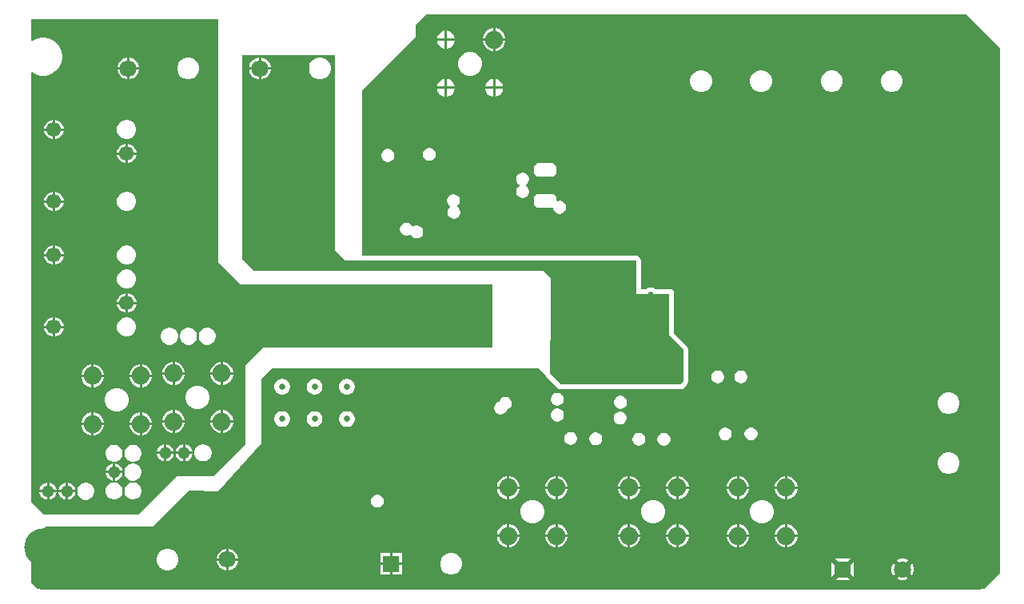
<source format=gbr>
%TF.GenerationSoftware,Altium Limited,Altium Designer,22.0.2 (36)*%
G04 Layer_Physical_Order=2*
G04 Layer_Color=36540*
%FSLAX45Y45*%
%MOMM*%
%TF.SameCoordinates,A85A4143-1F01-4578-B965-72C63468A48A*%
%TF.FilePolarity,Positive*%
%TF.FileFunction,Copper,L2,Inr,Signal*%
%TF.Part,Single*%
G01*
G75*
%TA.AperFunction,ComponentPad*%
%ADD45C,0.65000*%
%ADD46C,1.90500*%
%ADD49C,1.30000*%
%ADD50R,1.80000X1.80000*%
%ADD51C,1.80000*%
%ADD53C,0.70000*%
%TA.AperFunction,ViaPad*%
%ADD54C,4.00000*%
%TA.AperFunction,ComponentPad*%
%ADD55C,1.55000*%
%TA.AperFunction,ViaPad*%
%ADD58C,0.65000*%
G36*
X1852500Y3020000D02*
X2087500Y2785000D01*
X4760000D01*
Y2117500D01*
X2332500D01*
X2142500Y1927500D01*
Y1090000D01*
X1800000Y750000D01*
X1411250D01*
X1008750Y347500D01*
X0D01*
Y352500D01*
X-125000Y477500D01*
Y5028552D01*
X-113799Y5034538D01*
X-95114Y5022053D01*
X-58571Y5006917D01*
X-19777Y4999200D01*
X19777D01*
X58571Y5006917D01*
X95114Y5022053D01*
X128003Y5044029D01*
X155971Y5071997D01*
X177947Y5104886D01*
X193083Y5141429D01*
X200800Y5180223D01*
Y5219777D01*
X193083Y5258571D01*
X177947Y5295114D01*
X155971Y5328003D01*
X128003Y5355972D01*
X95114Y5377947D01*
X58571Y5393083D01*
X19777Y5400800D01*
X-19777D01*
X-58571Y5393083D01*
X-95114Y5377947D01*
X-113799Y5365462D01*
X-125000Y5371448D01*
Y5597500D01*
X1852500D01*
X1852500Y3020000D01*
D02*
G37*
G36*
X3092500Y3150000D02*
X3202500Y3040000D01*
X6277477D01*
Y2687476D01*
X6630000D01*
Y2244185D01*
X6777500Y2100000D01*
Y1755000D01*
X6749999Y1727499D01*
X5482499Y1727500D01*
X5368750Y1841250D01*
X5372500Y2545000D01*
Y2857500D01*
X5302500Y2927500D01*
X2232500Y2927500D01*
X2105000Y3054999D01*
Y5212500D01*
X3092500D01*
Y3150000D01*
D02*
G37*
G36*
X10130000Y5295000D02*
Y-272500D01*
X9962208Y-440292D01*
X9948529Y-443957D01*
X9916270Y-448204D01*
X9900003D01*
X0Y-448206D01*
X-16268D01*
X-48528Y-443959D01*
X-62205Y-440295D01*
X-127500Y-375000D01*
Y65000D01*
X25000Y217500D01*
X1162500D01*
X1545000Y600000D01*
X1857130Y595865D01*
X2307500Y1100181D01*
Y1780000D01*
X2422500Y1895000D01*
X5247500D01*
Y1893408D01*
X5323751Y1817158D01*
X5326431Y1813147D01*
X5331930Y1804820D01*
X5332047Y1804741D01*
X5332125Y1804625D01*
X5445874Y1690875D01*
X5462678Y1679647D01*
X5482499Y1675705D01*
X6749999Y1675704D01*
X6769821Y1679647D01*
X6786624Y1690875D01*
X6814125Y1718375D01*
X6825353Y1735179D01*
X6829295Y1755000D01*
Y2100000D01*
X6829237Y2100294D01*
X6829292Y2100588D01*
X6827268Y2110194D01*
X6825353Y2119821D01*
X6825186Y2120070D01*
X6825124Y2120364D01*
X6819579Y2128461D01*
X6814125Y2136625D01*
X6813875Y2136791D01*
X6813706Y2137038D01*
X6681795Y2265985D01*
Y2687476D01*
X6677853Y2707298D01*
X6666625Y2724101D01*
X6649821Y2735329D01*
X6630000Y2739272D01*
X6485330D01*
X6467053Y2749824D01*
X6445867Y2755500D01*
X6423934D01*
X6402748Y2749824D01*
X6384472Y2739272D01*
X6329272D01*
Y3040000D01*
X6325329Y3059821D01*
X6314101Y3076625D01*
X6297298Y3087853D01*
X6277477Y3091795D01*
X3379442D01*
Y3286663D01*
X3379442Y4841942D01*
X3941250Y5403750D01*
Y5532500D01*
X4056956Y5648206D01*
X9776794D01*
X10130000Y5295000D01*
D02*
G37*
%LPC*%
G36*
X915190Y5190402D02*
X912698D01*
Y5087703D01*
X1015398D01*
Y5090195D01*
X1007533Y5119545D01*
X992340Y5145860D01*
X970855Y5167345D01*
X944540Y5182538D01*
X915190Y5190402D01*
D02*
G37*
G36*
X887298D02*
X884805D01*
X855455Y5182538D01*
X829141Y5167345D01*
X807655Y5145860D01*
X792462Y5119545D01*
X784598Y5090195D01*
Y5087703D01*
X887298D01*
Y5190402D01*
D02*
G37*
G36*
X1015398Y5062303D02*
X912698D01*
Y4959603D01*
X915190D01*
X944540Y4967467D01*
X970855Y4982660D01*
X992340Y5004145D01*
X1007533Y5030460D01*
X1015398Y5059810D01*
Y5062303D01*
D02*
G37*
G36*
X887298D02*
X784598D01*
Y5059810D01*
X792462Y5030460D01*
X807655Y5004145D01*
X829141Y4982660D01*
X855455Y4967467D01*
X884805Y4959603D01*
X887298D01*
Y5062303D01*
D02*
G37*
G36*
X1550243Y5190802D02*
X1519752D01*
X1490301Y5182911D01*
X1463895Y5167666D01*
X1442335Y5146105D01*
X1427089Y5119700D01*
X1419198Y5090248D01*
Y5059757D01*
X1427089Y5030305D01*
X1442335Y5003900D01*
X1463895Y4982340D01*
X1490301Y4967094D01*
X1519752Y4959203D01*
X1550243D01*
X1579695Y4967094D01*
X1606100Y4982340D01*
X1627661Y5003900D01*
X1642906Y5030305D01*
X1650798Y5059757D01*
Y5090248D01*
X1642906Y5119700D01*
X1627661Y5146105D01*
X1606100Y5167666D01*
X1579695Y5182911D01*
X1550243Y5190802D01*
D02*
G37*
G36*
X126048Y4531401D02*
X125201D01*
Y4441201D01*
X215401D01*
Y4442049D01*
X208389Y4468219D01*
X194842Y4491683D01*
X175683Y4510842D01*
X152219Y4524389D01*
X126048Y4531401D01*
D02*
G37*
G36*
X99801D02*
X98954D01*
X72783Y4524389D01*
X49319Y4510842D01*
X30161Y4491683D01*
X16614Y4468219D01*
X9601Y4442049D01*
Y4441201D01*
X99801D01*
Y4531401D01*
D02*
G37*
G36*
X895773Y4529301D02*
X869232D01*
X843595Y4522432D01*
X820610Y4509161D01*
X801842Y4490394D01*
X788572Y4467409D01*
X781702Y4441772D01*
Y4415231D01*
X788572Y4389594D01*
X801842Y4366609D01*
X820610Y4347841D01*
X843595Y4334571D01*
X869232Y4327702D01*
X895773D01*
X921409Y4334571D01*
X944395Y4347841D01*
X963162Y4366609D01*
X976433Y4389594D01*
X983302Y4415231D01*
Y4441772D01*
X976433Y4467409D01*
X963162Y4490394D01*
X944395Y4509161D01*
X921409Y4522432D01*
X895773Y4529301D01*
D02*
G37*
G36*
X215401Y4415801D02*
X125201D01*
Y4325601D01*
X126048D01*
X152219Y4332614D01*
X175683Y4346161D01*
X194842Y4365319D01*
X208389Y4388783D01*
X215401Y4414954D01*
Y4415801D01*
D02*
G37*
G36*
X99801D02*
X9601D01*
Y4414954D01*
X16614Y4388783D01*
X30161Y4365319D01*
X49319Y4346161D01*
X72783Y4332614D01*
X98954Y4325601D01*
X99801D01*
Y4415801D01*
D02*
G37*
G36*
X896049Y4277401D02*
X895202D01*
Y4187201D01*
X985402D01*
Y4188049D01*
X978390Y4214219D01*
X964843Y4237683D01*
X945684Y4256842D01*
X922220Y4270389D01*
X896049Y4277401D01*
D02*
G37*
G36*
X869802D02*
X868955D01*
X842784Y4270389D01*
X819320Y4256842D01*
X800162Y4237683D01*
X786615Y4214219D01*
X779602Y4188049D01*
Y4187201D01*
X869802D01*
Y4277401D01*
D02*
G37*
G36*
X985402Y4161801D02*
X895202D01*
Y4071601D01*
X896049D01*
X922220Y4078614D01*
X945684Y4092161D01*
X964843Y4111319D01*
X978390Y4134783D01*
X985402Y4160954D01*
Y4161801D01*
D02*
G37*
G36*
X869802D02*
X779602D01*
Y4160954D01*
X786615Y4134783D01*
X800162Y4111319D01*
X819320Y4092161D01*
X842784Y4078614D01*
X868955Y4071601D01*
X869802D01*
Y4161801D01*
D02*
G37*
G36*
X126048Y3769401D02*
X125201D01*
Y3679201D01*
X215401D01*
Y3680049D01*
X208389Y3706219D01*
X194842Y3729683D01*
X175683Y3748842D01*
X152219Y3762389D01*
X126048Y3769401D01*
D02*
G37*
G36*
X99801D02*
X98954D01*
X72783Y3762389D01*
X49319Y3748842D01*
X30161Y3729683D01*
X16614Y3706219D01*
X9601Y3680049D01*
Y3679201D01*
X99801D01*
Y3769401D01*
D02*
G37*
G36*
X895773Y3767301D02*
X869232D01*
X843595Y3760432D01*
X820610Y3747161D01*
X801842Y3728394D01*
X788572Y3705409D01*
X781702Y3679772D01*
Y3653231D01*
X788572Y3627594D01*
X801842Y3604609D01*
X820610Y3585841D01*
X843595Y3572571D01*
X869232Y3565702D01*
X895773D01*
X921409Y3572571D01*
X944395Y3585841D01*
X963162Y3604609D01*
X976433Y3627594D01*
X983302Y3653231D01*
Y3679772D01*
X976433Y3705409D01*
X963162Y3728394D01*
X944395Y3747161D01*
X921409Y3760432D01*
X895773Y3767301D01*
D02*
G37*
G36*
X215401Y3653801D02*
X125201D01*
Y3563601D01*
X126048D01*
X152219Y3570614D01*
X175683Y3584161D01*
X194842Y3603319D01*
X208389Y3626783D01*
X215401Y3652954D01*
Y3653801D01*
D02*
G37*
G36*
X99801D02*
X9601D01*
Y3652954D01*
X16614Y3626783D01*
X30161Y3603319D01*
X49319Y3584161D01*
X72783Y3570614D01*
X98954Y3563601D01*
X99801D01*
Y3653801D01*
D02*
G37*
G36*
X126048Y3201402D02*
X125201D01*
Y3111202D01*
X215401D01*
Y3112049D01*
X208389Y3138220D01*
X194842Y3161684D01*
X175683Y3180842D01*
X152219Y3194389D01*
X126048Y3201402D01*
D02*
G37*
G36*
X99801D02*
X98954D01*
X72783Y3194389D01*
X49319Y3180842D01*
X30161Y3161684D01*
X16614Y3138220D01*
X9601Y3112049D01*
Y3111202D01*
X99801D01*
Y3201402D01*
D02*
G37*
G36*
X895773Y3199301D02*
X869232D01*
X843595Y3192432D01*
X820610Y3179162D01*
X801842Y3160394D01*
X788572Y3137409D01*
X781702Y3111772D01*
Y3085231D01*
X788572Y3059594D01*
X801842Y3036609D01*
X820610Y3017842D01*
X843595Y3004571D01*
X869232Y2997702D01*
X895773D01*
X921409Y3004571D01*
X944395Y3017842D01*
X963162Y3036609D01*
X976433Y3059594D01*
X983302Y3085231D01*
Y3111772D01*
X976433Y3137409D01*
X963162Y3160394D01*
X944395Y3179162D01*
X921409Y3192432D01*
X895773Y3199301D01*
D02*
G37*
G36*
X215401Y3085802D02*
X125201D01*
Y2995602D01*
X126048D01*
X152219Y3002614D01*
X175683Y3016161D01*
X194842Y3035320D01*
X208389Y3058784D01*
X215401Y3084954D01*
Y3085802D01*
D02*
G37*
G36*
X99801D02*
X9601D01*
Y3084954D01*
X16614Y3058784D01*
X30161Y3035320D01*
X49319Y3016161D01*
X72783Y3002614D01*
X98954Y2995602D01*
X99801D01*
Y3085802D01*
D02*
G37*
G36*
X895773Y2945301D02*
X869232D01*
X843595Y2938432D01*
X820610Y2925162D01*
X801842Y2906394D01*
X788572Y2883409D01*
X781702Y2857772D01*
Y2831231D01*
X788572Y2805594D01*
X801842Y2782609D01*
X820610Y2763842D01*
X843595Y2750571D01*
X869232Y2743702D01*
X895773D01*
X921409Y2750571D01*
X944395Y2763842D01*
X963162Y2782609D01*
X976433Y2805594D01*
X983302Y2831231D01*
Y2857772D01*
X976433Y2883409D01*
X963162Y2906394D01*
X944395Y2925162D01*
X921409Y2938432D01*
X895773Y2945301D01*
D02*
G37*
G36*
X896049Y2693402D02*
X895202D01*
Y2603202D01*
X985402D01*
Y2604049D01*
X978390Y2630220D01*
X964843Y2653684D01*
X945684Y2672842D01*
X922220Y2686389D01*
X896049Y2693402D01*
D02*
G37*
G36*
X869802D02*
X868955D01*
X842784Y2686389D01*
X819320Y2672842D01*
X800162Y2653684D01*
X786615Y2630220D01*
X779602Y2604049D01*
Y2603202D01*
X869802D01*
Y2693402D01*
D02*
G37*
G36*
X985402Y2577802D02*
X895202D01*
Y2487602D01*
X896049D01*
X922220Y2494614D01*
X945684Y2508161D01*
X964843Y2527320D01*
X978390Y2550784D01*
X985402Y2576954D01*
Y2577802D01*
D02*
G37*
G36*
X869802D02*
X779602D01*
Y2576954D01*
X786615Y2550784D01*
X800162Y2527320D01*
X819320Y2508161D01*
X842784Y2494614D01*
X868955Y2487602D01*
X869802D01*
Y2577802D01*
D02*
G37*
G36*
X126048Y2439402D02*
X125201D01*
Y2349202D01*
X215401D01*
Y2350049D01*
X208389Y2376220D01*
X194842Y2399684D01*
X175683Y2418842D01*
X152219Y2432389D01*
X126048Y2439402D01*
D02*
G37*
G36*
X99801D02*
X98954D01*
X72783Y2432389D01*
X49319Y2418842D01*
X30161Y2399684D01*
X16614Y2376220D01*
X9601Y2350049D01*
Y2349202D01*
X99801D01*
Y2439402D01*
D02*
G37*
G36*
X895773Y2437301D02*
X869232D01*
X843595Y2430432D01*
X820610Y2417162D01*
X801842Y2398394D01*
X788572Y2375409D01*
X781702Y2349772D01*
Y2323231D01*
X788572Y2297594D01*
X801842Y2274609D01*
X820610Y2255842D01*
X843595Y2242571D01*
X869232Y2235702D01*
X895773D01*
X921409Y2242571D01*
X944395Y2255842D01*
X963162Y2274609D01*
X976433Y2297594D01*
X983302Y2323231D01*
Y2349772D01*
X976433Y2375409D01*
X963162Y2398394D01*
X944395Y2417162D01*
X921409Y2430432D01*
X895773Y2437301D01*
D02*
G37*
G36*
X215401Y2323802D02*
X125201D01*
Y2233602D01*
X126048D01*
X152219Y2240614D01*
X175683Y2254161D01*
X194842Y2273320D01*
X208389Y2296784D01*
X215401Y2322954D01*
Y2323802D01*
D02*
G37*
G36*
X99801D02*
X9601D01*
Y2322954D01*
X16614Y2296784D01*
X30161Y2273320D01*
X49319Y2254161D01*
X72783Y2240614D01*
X98954Y2233602D01*
X99801D01*
Y2323802D01*
D02*
G37*
G36*
X1749044Y2328302D02*
X1725136D01*
X1702043Y2322115D01*
X1681338Y2310160D01*
X1664432Y2293255D01*
X1652478Y2272550D01*
X1646290Y2249457D01*
Y2225549D01*
X1652478Y2202455D01*
X1664432Y2181750D01*
X1681338Y2164845D01*
X1702043Y2152890D01*
X1725136Y2146703D01*
X1749044D01*
X1772138Y2152890D01*
X1792843Y2164845D01*
X1809748Y2181750D01*
X1821702Y2202455D01*
X1827890Y2225549D01*
Y2249457D01*
X1821702Y2272550D01*
X1809748Y2293255D01*
X1792843Y2310160D01*
X1772138Y2322115D01*
X1749044Y2328302D01*
D02*
G37*
G36*
X1549045D02*
X1525137D01*
X1502043Y2322115D01*
X1481338Y2310160D01*
X1464433Y2293255D01*
X1452478Y2272550D01*
X1446291Y2249457D01*
Y2225549D01*
X1452478Y2202455D01*
X1464433Y2181750D01*
X1481338Y2164845D01*
X1502043Y2152890D01*
X1525137Y2146703D01*
X1549045D01*
X1572138Y2152890D01*
X1592843Y2164845D01*
X1609749Y2181750D01*
X1621703Y2202455D01*
X1627891Y2225549D01*
Y2249457D01*
X1621703Y2272550D01*
X1609749Y2293255D01*
X1592843Y2310160D01*
X1572138Y2322115D01*
X1549045Y2328302D01*
D02*
G37*
G36*
X1349045D02*
X1325137D01*
X1302044Y2322115D01*
X1281339Y2310160D01*
X1264433Y2293255D01*
X1252479Y2272550D01*
X1246291Y2249457D01*
Y2225549D01*
X1252479Y2202455D01*
X1264433Y2181750D01*
X1281339Y2164845D01*
X1302044Y2152890D01*
X1325137Y2146703D01*
X1349045D01*
X1372138Y2152890D01*
X1392844Y2164845D01*
X1409749Y2181750D01*
X1421703Y2202455D01*
X1427891Y2225549D01*
Y2249457D01*
X1421703Y2272550D01*
X1409749Y2293255D01*
X1392844Y2310160D01*
X1372138Y2322115D01*
X1349045Y2328302D01*
D02*
G37*
G36*
X1905884Y1963690D02*
X1902700D01*
Y1855740D01*
X2010650D01*
Y1858924D01*
X2002428Y1889609D01*
X1986544Y1917121D01*
X1964081Y1939584D01*
X1936569Y1955468D01*
X1905884Y1963690D01*
D02*
G37*
G36*
X1877300D02*
X1874116D01*
X1843431Y1955468D01*
X1815919Y1939584D01*
X1793456Y1917121D01*
X1777572Y1889609D01*
X1769350Y1858924D01*
Y1855740D01*
X1877300D01*
Y1963690D01*
D02*
G37*
G36*
X1395344D02*
X1392160D01*
Y1855740D01*
X1500110D01*
Y1858924D01*
X1491888Y1889609D01*
X1476004Y1917121D01*
X1453541Y1939584D01*
X1426029Y1955468D01*
X1395344Y1963690D01*
D02*
G37*
G36*
X1366760D02*
X1363576D01*
X1332891Y1955468D01*
X1305379Y1939584D01*
X1282916Y1917121D01*
X1267032Y1889609D01*
X1258810Y1858924D01*
Y1855740D01*
X1366760D01*
Y1963690D01*
D02*
G37*
G36*
X1048384Y1938150D02*
X1045200D01*
Y1830200D01*
X1153150D01*
Y1833384D01*
X1144928Y1864069D01*
X1129044Y1891581D01*
X1106581Y1914044D01*
X1079069Y1929928D01*
X1048384Y1938150D01*
D02*
G37*
G36*
X1019800D02*
X1016616D01*
X985931Y1929928D01*
X958419Y1914044D01*
X935956Y1891581D01*
X920072Y1864069D01*
X911850Y1833384D01*
Y1830200D01*
X1019800D01*
Y1938150D01*
D02*
G37*
G36*
X537844D02*
X534660D01*
Y1830200D01*
X642610D01*
Y1833384D01*
X634388Y1864069D01*
X618504Y1891581D01*
X596041Y1914044D01*
X568529Y1929928D01*
X537844Y1938150D01*
D02*
G37*
G36*
X509260D02*
X506076D01*
X475391Y1929928D01*
X447879Y1914044D01*
X425416Y1891581D01*
X409532Y1864069D01*
X401310Y1833384D01*
Y1830200D01*
X509260D01*
Y1938150D01*
D02*
G37*
G36*
X2010650Y1830340D02*
X1902700D01*
Y1722390D01*
X1905884D01*
X1936569Y1730612D01*
X1964081Y1746496D01*
X1986544Y1768959D01*
X2002428Y1796471D01*
X2010650Y1827156D01*
Y1830340D01*
D02*
G37*
G36*
X1877300D02*
X1769350D01*
Y1827156D01*
X1777572Y1796471D01*
X1793456Y1768959D01*
X1815919Y1746496D01*
X1843431Y1730612D01*
X1874116Y1722390D01*
X1877300D01*
Y1830340D01*
D02*
G37*
G36*
X1500110D02*
X1392160D01*
Y1722390D01*
X1395344D01*
X1426029Y1730612D01*
X1453541Y1746496D01*
X1476004Y1768959D01*
X1491888Y1796471D01*
X1500110Y1827156D01*
Y1830340D01*
D02*
G37*
G36*
X1366760D02*
X1258810D01*
Y1827156D01*
X1267032Y1796471D01*
X1282916Y1768959D01*
X1305379Y1746496D01*
X1332891Y1730612D01*
X1363576Y1722390D01*
X1366760D01*
Y1830340D01*
D02*
G37*
G36*
X1153150Y1804800D02*
X1045200D01*
Y1696850D01*
X1048384D01*
X1079069Y1705072D01*
X1106581Y1720956D01*
X1129044Y1743419D01*
X1144928Y1770931D01*
X1153150Y1801616D01*
Y1804800D01*
D02*
G37*
G36*
X1019800D02*
X911850D01*
Y1801616D01*
X920072Y1770931D01*
X935956Y1743419D01*
X958419Y1720956D01*
X985931Y1705072D01*
X1016616Y1696850D01*
X1019800D01*
Y1804800D01*
D02*
G37*
G36*
X642610D02*
X534660D01*
Y1696850D01*
X537844D01*
X568529Y1705072D01*
X596041Y1720956D01*
X618504Y1743419D01*
X634388Y1770931D01*
X642610Y1801616D01*
Y1804800D01*
D02*
G37*
G36*
X509260D02*
X401310D01*
Y1801616D01*
X409532Y1770931D01*
X425416Y1743419D01*
X447879Y1720956D01*
X475391Y1705072D01*
X506076Y1696850D01*
X509260D01*
Y1804800D01*
D02*
G37*
G36*
X1651283Y1713500D02*
X1618177D01*
X1586200Y1704932D01*
X1557530Y1688379D01*
X1534121Y1664970D01*
X1517568Y1636300D01*
X1509000Y1604323D01*
Y1571217D01*
X1517568Y1539240D01*
X1534121Y1510570D01*
X1557530Y1487161D01*
X1586200Y1470608D01*
X1618177Y1462040D01*
X1651283D01*
X1683260Y1470608D01*
X1711930Y1487161D01*
X1735339Y1510570D01*
X1751892Y1539240D01*
X1760460Y1571217D01*
Y1604323D01*
X1751892Y1636300D01*
X1735339Y1664970D01*
X1711930Y1688379D01*
X1683260Y1704932D01*
X1651283Y1713500D01*
D02*
G37*
G36*
X793783Y1687960D02*
X760677D01*
X728700Y1679392D01*
X700030Y1662839D01*
X676621Y1639430D01*
X660069Y1610760D01*
X651500Y1578783D01*
Y1545677D01*
X660069Y1513700D01*
X676621Y1485030D01*
X700030Y1461621D01*
X728700Y1445068D01*
X760677Y1436500D01*
X793783D01*
X825760Y1445068D01*
X854430Y1461621D01*
X877839Y1485030D01*
X894392Y1513700D01*
X902960Y1545677D01*
Y1578783D01*
X894392Y1610760D01*
X877839Y1639430D01*
X854430Y1662839D01*
X825760Y1679392D01*
X793783Y1687960D01*
D02*
G37*
G36*
X1905884Y1453150D02*
X1902700D01*
Y1345200D01*
X2010650D01*
Y1348384D01*
X2002428Y1379069D01*
X1986544Y1406581D01*
X1964081Y1429044D01*
X1936569Y1444928D01*
X1905884Y1453150D01*
D02*
G37*
G36*
X1877300D02*
X1874116D01*
X1843431Y1444928D01*
X1815919Y1429044D01*
X1793456Y1406581D01*
X1777572Y1379069D01*
X1769350Y1348384D01*
Y1345200D01*
X1877300D01*
Y1453150D01*
D02*
G37*
G36*
X1395344D02*
X1392160D01*
Y1345200D01*
X1500110D01*
Y1348384D01*
X1491888Y1379069D01*
X1476004Y1406581D01*
X1453541Y1429044D01*
X1426029Y1444928D01*
X1395344Y1453150D01*
D02*
G37*
G36*
X1366760D02*
X1363576D01*
X1332891Y1444928D01*
X1305379Y1429044D01*
X1282916Y1406581D01*
X1267032Y1379069D01*
X1258810Y1348384D01*
Y1345200D01*
X1366760D01*
Y1453150D01*
D02*
G37*
G36*
X1048384Y1427610D02*
X1045200D01*
Y1319660D01*
X1153150D01*
Y1322844D01*
X1144928Y1353529D01*
X1129044Y1381041D01*
X1106581Y1403504D01*
X1079069Y1419388D01*
X1048384Y1427610D01*
D02*
G37*
G36*
X1019800D02*
X1016616D01*
X985931Y1419388D01*
X958419Y1403504D01*
X935956Y1381041D01*
X920072Y1353529D01*
X911850Y1322844D01*
Y1319660D01*
X1019800D01*
Y1427610D01*
D02*
G37*
G36*
X537844D02*
X534660D01*
Y1319660D01*
X642610D01*
Y1322844D01*
X634388Y1353529D01*
X618504Y1381041D01*
X596041Y1403504D01*
X568529Y1419388D01*
X537844Y1427610D01*
D02*
G37*
G36*
X509260D02*
X506076D01*
X475391Y1419388D01*
X447879Y1403504D01*
X425416Y1381041D01*
X409532Y1353529D01*
X401310Y1322844D01*
Y1319660D01*
X509260D01*
Y1427610D01*
D02*
G37*
G36*
X2010650Y1319800D02*
X1902700D01*
Y1211850D01*
X1905884D01*
X1936569Y1220072D01*
X1964081Y1235956D01*
X1986544Y1258419D01*
X2002428Y1285931D01*
X2010650Y1316616D01*
Y1319800D01*
D02*
G37*
G36*
X1877300D02*
X1769350D01*
Y1316616D01*
X1777572Y1285931D01*
X1793456Y1258419D01*
X1815919Y1235956D01*
X1843431Y1220072D01*
X1874116Y1211850D01*
X1877300D01*
Y1319800D01*
D02*
G37*
G36*
X1500110D02*
X1392160D01*
Y1211850D01*
X1395344D01*
X1426029Y1220072D01*
X1453541Y1235956D01*
X1476004Y1258419D01*
X1491888Y1285931D01*
X1500110Y1316616D01*
Y1319800D01*
D02*
G37*
G36*
X1366760D02*
X1258810D01*
Y1316616D01*
X1267032Y1285931D01*
X1282916Y1258419D01*
X1305379Y1235956D01*
X1332891Y1220072D01*
X1363576Y1211850D01*
X1366760D01*
Y1319800D01*
D02*
G37*
G36*
X1153150Y1294260D02*
X1045200D01*
Y1186310D01*
X1048384D01*
X1079069Y1194532D01*
X1106581Y1210416D01*
X1129044Y1232879D01*
X1144928Y1260391D01*
X1153150Y1291076D01*
Y1294260D01*
D02*
G37*
G36*
X1019800D02*
X911850D01*
Y1291076D01*
X920072Y1260391D01*
X935956Y1232879D01*
X958419Y1210416D01*
X985931Y1194532D01*
X1016616Y1186310D01*
X1019800D01*
Y1294260D01*
D02*
G37*
G36*
X642610D02*
X534660D01*
Y1186310D01*
X537844D01*
X568529Y1194532D01*
X596041Y1210416D01*
X618504Y1232879D01*
X634388Y1260391D01*
X642610Y1291076D01*
Y1294260D01*
D02*
G37*
G36*
X509260D02*
X401310D01*
Y1291076D01*
X409532Y1260391D01*
X425416Y1232879D01*
X447879Y1210416D01*
X475391Y1194532D01*
X506076Y1186310D01*
X509260D01*
Y1294260D01*
D02*
G37*
G36*
X1505198Y1092685D02*
Y1015199D01*
X1582684D01*
X1576738Y1037392D01*
X1564836Y1058006D01*
X1548005Y1074837D01*
X1527391Y1086738D01*
X1505198Y1092685D01*
D02*
G37*
G36*
X1305199D02*
Y1015199D01*
X1382685D01*
X1376738Y1037392D01*
X1364837Y1058006D01*
X1348006Y1074837D01*
X1327392Y1086738D01*
X1305199Y1092685D01*
D02*
G37*
G36*
X1279799D02*
X1257606Y1086738D01*
X1236992Y1074837D01*
X1220161Y1058006D01*
X1208259Y1037392D01*
X1202313Y1015199D01*
X1279799D01*
Y1092685D01*
D02*
G37*
G36*
X1479798D02*
X1457605Y1086738D01*
X1436992Y1074837D01*
X1420160Y1058006D01*
X1408259Y1037392D01*
X1402312Y1015199D01*
X1479798D01*
Y1092685D01*
D02*
G37*
G36*
X1582684Y989799D02*
X1505198D01*
Y912313D01*
X1527391Y918259D01*
X1548005Y930161D01*
X1564836Y946992D01*
X1576738Y967606D01*
X1582684Y989799D01*
D02*
G37*
G36*
X1382685D02*
X1305199D01*
Y912313D01*
X1327392Y918259D01*
X1348006Y930161D01*
X1364837Y946992D01*
X1376738Y967606D01*
X1382685Y989799D01*
D02*
G37*
G36*
X1479798D02*
X1402312D01*
X1408259Y967606D01*
X1420160Y946992D01*
X1436992Y930161D01*
X1457605Y918259D01*
X1479798Y912313D01*
Y989799D01*
D02*
G37*
G36*
X1279799D02*
X1202313D01*
X1208259Y967606D01*
X1220161Y946992D01*
X1236992Y930161D01*
X1257606Y918259D01*
X1279799Y912313D01*
Y989799D01*
D02*
G37*
G36*
X1704452Y1093299D02*
X1680544D01*
X1657451Y1087111D01*
X1636746Y1075157D01*
X1619840Y1058251D01*
X1607886Y1037546D01*
X1601698Y1014453D01*
Y990545D01*
X1607886Y967451D01*
X1619840Y946746D01*
X1636746Y929841D01*
X1657451Y917886D01*
X1680544Y911699D01*
X1704452D01*
X1727545Y917886D01*
X1748251Y929841D01*
X1765156Y946746D01*
X1777110Y967451D01*
X1783298Y990545D01*
Y1014453D01*
X1777110Y1037546D01*
X1765156Y1058251D01*
X1748251Y1075157D01*
X1727545Y1087111D01*
X1704452Y1093299D01*
D02*
G37*
G36*
X961954Y1088300D02*
X938046D01*
X914953Y1082112D01*
X894248Y1070158D01*
X877342Y1053252D01*
X865388Y1032547D01*
X859200Y1009454D01*
Y985546D01*
X865388Y962452D01*
X877342Y941747D01*
X894248Y924842D01*
X914953Y912888D01*
X938046Y906700D01*
X961954D01*
X985048Y912888D01*
X1005753Y924842D01*
X1022658Y941747D01*
X1034612Y962452D01*
X1040800Y985546D01*
Y1009454D01*
X1034612Y1032547D01*
X1022658Y1053252D01*
X1005753Y1070158D01*
X985048Y1082112D01*
X961954Y1088300D01*
D02*
G37*
G36*
X761955D02*
X738047D01*
X714953Y1082112D01*
X694248Y1070158D01*
X677343Y1053252D01*
X665388Y1032547D01*
X659201Y1009454D01*
Y985546D01*
X665388Y962452D01*
X677343Y941747D01*
X694248Y924842D01*
X714953Y912888D01*
X738047Y906700D01*
X761955D01*
X785048Y912888D01*
X805753Y924842D01*
X822659Y941747D01*
X834613Y962452D01*
X840800Y985546D01*
Y1009454D01*
X834613Y1032547D01*
X822659Y1053252D01*
X805753Y1070158D01*
X785048Y1082112D01*
X761955Y1088300D01*
D02*
G37*
G36*
X762701Y887686D02*
Y810200D01*
X840187D01*
X834240Y832393D01*
X822338Y853007D01*
X805507Y869838D01*
X784894Y881740D01*
X762701Y887686D01*
D02*
G37*
G36*
X737301D02*
X715108Y881740D01*
X694494Y869838D01*
X677663Y853007D01*
X665761Y832393D01*
X659815Y810200D01*
X737301D01*
Y887686D01*
D02*
G37*
G36*
X840187Y784800D02*
X762701D01*
Y707314D01*
X784894Y713261D01*
X805507Y725162D01*
X822338Y741993D01*
X834240Y762607D01*
X840187Y784800D01*
D02*
G37*
G36*
X737301D02*
X659815D01*
X665761Y762607D01*
X677663Y741993D01*
X694494Y725162D01*
X715108Y713261D01*
X737301Y707314D01*
Y784800D01*
D02*
G37*
G36*
X961954Y888300D02*
X938046D01*
X914953Y882113D01*
X894248Y870158D01*
X877342Y853253D01*
X865388Y832548D01*
X859200Y809454D01*
Y785546D01*
X865388Y762453D01*
X877342Y741748D01*
X894248Y724842D01*
X914953Y712888D01*
X938046Y706700D01*
X961954D01*
X985048Y712888D01*
X1005753Y724842D01*
X1022658Y741748D01*
X1034612Y762453D01*
X1040800Y785546D01*
Y809454D01*
X1034612Y832548D01*
X1022658Y853253D01*
X1005753Y870158D01*
X985048Y882113D01*
X961954Y888300D01*
D02*
G37*
G36*
X262702Y685187D02*
Y607701D01*
X340188D01*
X334241Y629894D01*
X322339Y650508D01*
X305508Y667339D01*
X284895Y679241D01*
X262702Y685187D01*
D02*
G37*
G36*
X62702D02*
Y607701D01*
X140188D01*
X134241Y629894D01*
X122340Y650508D01*
X105509Y667339D01*
X84895Y679241D01*
X62702Y685187D01*
D02*
G37*
G36*
X237302D02*
X215109Y679241D01*
X194495Y667339D01*
X177664Y650508D01*
X165762Y629894D01*
X159816Y607701D01*
X237302D01*
Y685187D01*
D02*
G37*
G36*
X37302D02*
X15109Y679241D01*
X-5505Y667339D01*
X-22336Y650508D01*
X-34237Y629894D01*
X-40184Y607701D01*
X37302D01*
Y685187D01*
D02*
G37*
G36*
X250002Y595001D02*
D01*
D01*
D01*
D02*
G37*
G36*
X961954Y688301D02*
X938046D01*
X914953Y682113D01*
X894248Y670159D01*
X877342Y653253D01*
X865388Y632548D01*
X859200Y609455D01*
Y585547D01*
X865388Y562453D01*
X877342Y541748D01*
X894248Y524843D01*
X914953Y512888D01*
X938046Y506701D01*
X961954D01*
X985048Y512888D01*
X1005753Y524843D01*
X1022658Y541748D01*
X1034612Y562453D01*
X1040800Y585547D01*
Y609455D01*
X1034612Y632548D01*
X1022658Y653253D01*
X1005753Y670159D01*
X985048Y682113D01*
X961954Y688301D01*
D02*
G37*
G36*
X761955D02*
X738047D01*
X714953Y682113D01*
X694248Y670159D01*
X677343Y653253D01*
X665388Y632548D01*
X659201Y609455D01*
Y585547D01*
X665388Y562453D01*
X677343Y541748D01*
X694248Y524843D01*
X714953Y512888D01*
X738047Y506701D01*
X761955D01*
X785048Y512888D01*
X805753Y524843D01*
X822659Y541748D01*
X834613Y562453D01*
X840800Y585547D01*
Y609455D01*
X834613Y632548D01*
X822659Y653253D01*
X805753Y670159D01*
X785048Y682113D01*
X761955Y688301D01*
D02*
G37*
G36*
X340188Y582301D02*
X262702D01*
Y504815D01*
X284895Y510762D01*
X305508Y522663D01*
X322339Y539494D01*
X334241Y560108D01*
X340188Y582301D01*
D02*
G37*
G36*
X140188D02*
X62702D01*
Y504815D01*
X84895Y510762D01*
X105509Y522663D01*
X122340Y539494D01*
X134241Y560108D01*
X140188Y582301D01*
D02*
G37*
G36*
X237302D02*
X159816D01*
X165762Y560108D01*
X177664Y539494D01*
X194495Y522663D01*
X215109Y510762D01*
X237302Y504815D01*
Y582301D01*
D02*
G37*
G36*
X37302D02*
X-40184D01*
X-34237Y560108D01*
X-22336Y539494D01*
X-5505Y522663D01*
X15109Y510762D01*
X37302Y504815D01*
Y582301D01*
D02*
G37*
G36*
X461955Y685801D02*
X438047D01*
X414954Y679614D01*
X394249Y667659D01*
X377343Y650754D01*
X365389Y630049D01*
X359201Y606955D01*
Y583047D01*
X365389Y559954D01*
X377343Y539249D01*
X394249Y522343D01*
X414954Y510389D01*
X438047Y504201D01*
X461955D01*
X485049Y510389D01*
X505754Y522343D01*
X522659Y539249D01*
X534613Y559954D01*
X540801Y583047D01*
Y606955D01*
X534613Y630049D01*
X522659Y650754D01*
X505754Y667659D01*
X485049Y679614D01*
X461955Y685801D01*
D02*
G37*
G36*
X2310194Y5190402D02*
X2307701D01*
Y5087703D01*
X2410401D01*
Y5090195D01*
X2402537Y5119545D01*
X2387344Y5145860D01*
X2365858Y5167345D01*
X2339544Y5182538D01*
X2310194Y5190402D01*
D02*
G37*
G36*
X2282301D02*
X2279808D01*
X2250459Y5182538D01*
X2224144Y5167345D01*
X2202659Y5145860D01*
X2187466Y5119545D01*
X2179601Y5090195D01*
Y5087703D01*
X2282301D01*
Y5190402D01*
D02*
G37*
G36*
X2410401Y5062303D02*
X2307701D01*
Y4959603D01*
X2310194D01*
X2339544Y4967467D01*
X2365858Y4982660D01*
X2387344Y5004145D01*
X2402537Y5030460D01*
X2410401Y5059810D01*
Y5062303D01*
D02*
G37*
G36*
X2282301D02*
X2179601D01*
Y5059810D01*
X2187466Y5030460D01*
X2202659Y5004145D01*
X2224144Y4982660D01*
X2250459Y4967467D01*
X2279808Y4959603D01*
X2282301D01*
Y5062303D01*
D02*
G37*
G36*
X2945247Y5190802D02*
X2914756D01*
X2885304Y5182911D01*
X2858899Y5167666D01*
X2837338Y5146105D01*
X2822093Y5119700D01*
X2814201Y5090248D01*
Y5059757D01*
X2822093Y5030305D01*
X2837338Y5003900D01*
X2858899Y4982340D01*
X2885304Y4967094D01*
X2914756Y4959203D01*
X2945247D01*
X2974698Y4967094D01*
X3001104Y4982340D01*
X3022664Y5003900D01*
X3037910Y5030305D01*
X3045801Y5059757D01*
Y5090248D01*
X3037910Y5119700D01*
X3022664Y5146105D01*
X3001104Y5167666D01*
X2974698Y5182911D01*
X2945247Y5190802D01*
D02*
G37*
G36*
X4277430Y5475477D02*
Y5392969D01*
X4359938D01*
X4353489Y5417035D01*
X4340950Y5438755D01*
X4323215Y5456489D01*
X4301496Y5469029D01*
X4277430Y5475477D01*
D02*
G37*
G36*
X4791155Y5500920D02*
X4787970D01*
Y5392969D01*
X4895921D01*
Y5396154D01*
X4887699Y5426839D01*
X4871815Y5454351D01*
X4849351Y5476814D01*
X4821840Y5492698D01*
X4791155Y5500920D01*
D02*
G37*
G36*
X4252030Y5475477D02*
X4227965Y5469029D01*
X4206246Y5456489D01*
X4188512Y5438755D01*
X4175972Y5417035D01*
X4169523Y5392969D01*
X4252030D01*
Y5475477D01*
D02*
G37*
G36*
X4762570Y5500920D02*
X4759387D01*
X4728701Y5492698D01*
X4701190Y5476814D01*
X4678726Y5454351D01*
X4662843Y5426839D01*
X4654621Y5396154D01*
Y5392969D01*
X4762570D01*
Y5500920D01*
D02*
G37*
G36*
X4252030Y5367569D02*
X4169524D01*
X4175972Y5343505D01*
X4188512Y5321785D01*
X4206246Y5304051D01*
X4227965Y5291511D01*
X4252030Y5285063D01*
Y5367569D01*
D02*
G37*
G36*
X4359937D02*
X4277430D01*
Y5285063D01*
X4301496Y5291511D01*
X4323215Y5304051D01*
X4340950Y5321785D01*
X4353489Y5343505D01*
X4359937Y5367569D01*
D02*
G37*
G36*
X4895921D02*
X4787970D01*
Y5259620D01*
X4791155D01*
X4821840Y5267842D01*
X4849351Y5283726D01*
X4871815Y5306189D01*
X4887699Y5333701D01*
X4895921Y5364386D01*
Y5367569D01*
D02*
G37*
G36*
X4762570D02*
X4654621D01*
Y5364386D01*
X4662843Y5333701D01*
X4678726Y5306189D01*
X4701190Y5283726D01*
X4728701Y5267842D01*
X4759387Y5259620D01*
X4762570D01*
Y5367569D01*
D02*
G37*
G36*
X4536553Y5250730D02*
X4503448D01*
X4471471Y5242161D01*
X4442801Y5225609D01*
X4419392Y5202200D01*
X4402839Y5173530D01*
X4394271Y5141553D01*
Y5108447D01*
X4402839Y5076470D01*
X4419392Y5047800D01*
X4442801Y5024391D01*
X4471471Y5007838D01*
X4503448Y4999270D01*
X4536553D01*
X4568531Y5007838D01*
X4597201Y5024391D01*
X4620610Y5047800D01*
X4637162Y5076470D01*
X4645731Y5108447D01*
Y5141553D01*
X4637162Y5173530D01*
X4620610Y5202200D01*
X4597201Y5225609D01*
X4568531Y5242161D01*
X4536553Y5250730D01*
D02*
G37*
G36*
X4787970Y4964937D02*
Y4882429D01*
X4870478D01*
X4864029Y4906495D01*
X4851490Y4928215D01*
X4833755Y4945949D01*
X4812036Y4958489D01*
X4787970Y4964937D01*
D02*
G37*
G36*
X4277430D02*
Y4882429D01*
X4359938D01*
X4353489Y4906495D01*
X4340950Y4928215D01*
X4323215Y4945949D01*
X4301496Y4958489D01*
X4277430Y4964937D01*
D02*
G37*
G36*
X4762570Y4964937D02*
X4738505Y4958489D01*
X4716786Y4945949D01*
X4699052Y4928215D01*
X4686512Y4906495D01*
X4680063Y4882429D01*
X4762570D01*
Y4964937D01*
D02*
G37*
G36*
X4252030D02*
X4227965Y4958489D01*
X4206246Y4945949D01*
X4188512Y4928215D01*
X4175972Y4906495D01*
X4169523Y4882429D01*
X4252030D01*
Y4964937D01*
D02*
G37*
G36*
X9001118Y5055043D02*
X8970628D01*
X8941176Y5047152D01*
X8914770Y5031906D01*
X8893210Y5010346D01*
X8877965Y4983941D01*
X8870073Y4954489D01*
Y4923998D01*
X8877965Y4894546D01*
X8893210Y4868141D01*
X8914770Y4846580D01*
X8941176Y4831335D01*
X8970628Y4823443D01*
X9001118D01*
X9030570Y4831335D01*
X9056976Y4846580D01*
X9078536Y4868141D01*
X9093781Y4894546D01*
X9101673Y4923998D01*
Y4954489D01*
X9093781Y4983941D01*
X9078536Y5010346D01*
X9056976Y5031906D01*
X9030570Y5047152D01*
X9001118Y5055043D01*
D02*
G37*
G36*
X8366118D02*
X8335628D01*
X8306176Y5047152D01*
X8279770Y5031906D01*
X8258210Y5010346D01*
X8242965Y4983941D01*
X8235073Y4954489D01*
Y4923998D01*
X8242965Y4894546D01*
X8258210Y4868141D01*
X8279770Y4846580D01*
X8306176Y4831335D01*
X8335628Y4823443D01*
X8366118D01*
X8395570Y4831335D01*
X8421976Y4846580D01*
X8443536Y4868141D01*
X8458781Y4894546D01*
X8466673Y4923998D01*
Y4954489D01*
X8458781Y4983941D01*
X8443536Y5010346D01*
X8421976Y5031906D01*
X8395570Y5047152D01*
X8366118Y5055043D01*
D02*
G37*
G36*
X7618622D02*
X7588131D01*
X7558679Y5047152D01*
X7532274Y5031906D01*
X7510713Y5010346D01*
X7495468Y4983941D01*
X7487577Y4954489D01*
Y4923998D01*
X7495468Y4894546D01*
X7510713Y4868141D01*
X7532274Y4846580D01*
X7558679Y4831335D01*
X7588131Y4823443D01*
X7618622D01*
X7648074Y4831335D01*
X7674479Y4846580D01*
X7696039Y4868141D01*
X7711285Y4894546D01*
X7719176Y4923998D01*
Y4954489D01*
X7711285Y4983941D01*
X7696039Y5010346D01*
X7674479Y5031906D01*
X7648074Y5047152D01*
X7618622Y5055043D01*
D02*
G37*
G36*
X6983622D02*
X6953131D01*
X6923679Y5047152D01*
X6897274Y5031906D01*
X6875713Y5010346D01*
X6860468Y4983941D01*
X6852577Y4954489D01*
Y4923998D01*
X6860468Y4894546D01*
X6875713Y4868141D01*
X6897274Y4846580D01*
X6923679Y4831335D01*
X6953131Y4823443D01*
X6983622D01*
X7013074Y4831335D01*
X7039479Y4846580D01*
X7061039Y4868141D01*
X7076285Y4894546D01*
X7084176Y4923998D01*
Y4954489D01*
X7076285Y4983941D01*
X7061039Y5010346D01*
X7039479Y5031906D01*
X7013074Y5047152D01*
X6983622Y5055043D01*
D02*
G37*
G36*
X4762570Y4857029D02*
X4680064D01*
X4686512Y4832965D01*
X4699052Y4811245D01*
X4716786Y4793511D01*
X4738505Y4780971D01*
X4762570Y4774523D01*
Y4857029D01*
D02*
G37*
G36*
X4252030D02*
X4169524D01*
X4175972Y4832965D01*
X4188512Y4811245D01*
X4206246Y4793511D01*
X4227965Y4780971D01*
X4252030Y4774523D01*
Y4857029D01*
D02*
G37*
G36*
X4870477D02*
X4787970D01*
Y4774523D01*
X4812036Y4780971D01*
X4833755Y4793511D01*
X4851490Y4811245D01*
X4864029Y4832965D01*
X4870477Y4857029D01*
D02*
G37*
G36*
X4359937D02*
X4277430D01*
Y4774523D01*
X4301496Y4780971D01*
X4323215Y4793511D01*
X4340950Y4811245D01*
X4353489Y4832965D01*
X4359937Y4857029D01*
D02*
G37*
G36*
X4097175Y4232115D02*
X4079191D01*
X4061820Y4227460D01*
X4046246Y4218468D01*
X4033529Y4205752D01*
X4024538Y4190178D01*
X4019883Y4172807D01*
Y4154823D01*
X4024538Y4137452D01*
X4033529Y4121878D01*
X4046246Y4109161D01*
X4061820Y4100170D01*
X4079191Y4095515D01*
X4097175D01*
X4114545Y4100170D01*
X4130120Y4109161D01*
X4142836Y4121878D01*
X4151828Y4137452D01*
X4156483Y4154823D01*
Y4172807D01*
X4151828Y4190178D01*
X4142836Y4205752D01*
X4130120Y4218468D01*
X4114545Y4227460D01*
X4097175Y4232115D01*
D02*
G37*
G36*
X3658496Y4221091D02*
X3640513D01*
X3623142Y4216437D01*
X3607568Y4207445D01*
X3594851Y4194728D01*
X3585859Y4179154D01*
X3581205Y4161783D01*
Y4143799D01*
X3585859Y4126429D01*
X3594851Y4110854D01*
X3607568Y4098138D01*
X3623142Y4089146D01*
X3640513Y4084491D01*
X3658496D01*
X3675867Y4089146D01*
X3691441Y4098138D01*
X3704158Y4110854D01*
X3713150Y4126429D01*
X3717804Y4143799D01*
Y4161783D01*
X3713150Y4179154D01*
X3704158Y4194728D01*
X3691441Y4207445D01*
X3675867Y4216437D01*
X3658496Y4221091D01*
D02*
G37*
G36*
X5396451Y4075000D02*
X5232500Y4075000D01*
X5200000Y4042500D01*
Y3960020D01*
X5227528Y3932492D01*
X5406426D01*
X5437892Y3963958D01*
Y4033566D01*
X5396451Y4075000D01*
D02*
G37*
G36*
X5087176Y3969173D02*
X5069192D01*
X5051821Y3964519D01*
X5036247Y3955527D01*
X5023530Y3942810D01*
X5014539Y3927236D01*
X5009884Y3909865D01*
Y3891881D01*
X5014539Y3874511D01*
X5023530Y3858936D01*
X5036247Y3846220D01*
X5042143Y3842816D01*
Y3828151D01*
X5036247Y3824747D01*
X5023530Y3812031D01*
X5014539Y3796456D01*
X5009884Y3779086D01*
Y3761102D01*
X5014539Y3743731D01*
X5023530Y3728157D01*
X5036247Y3715440D01*
X5051821Y3706449D01*
X5069192Y3701794D01*
X5087176D01*
X5104547Y3706449D01*
X5120121Y3715440D01*
X5132837Y3728157D01*
X5141829Y3743731D01*
X5146484Y3761102D01*
Y3779086D01*
X5141829Y3796456D01*
X5132837Y3812031D01*
X5120121Y3824747D01*
X5114225Y3828151D01*
Y3842816D01*
X5120121Y3846220D01*
X5132837Y3858936D01*
X5141829Y3874511D01*
X5146484Y3891881D01*
Y3909865D01*
X5141829Y3927236D01*
X5132837Y3942810D01*
X5120121Y3955527D01*
X5104547Y3964519D01*
X5087176Y3969173D01*
D02*
G37*
G36*
X5406426Y3743842D02*
X5227528D01*
X5200000Y3716314D01*
Y3633834D01*
X5232500Y3601334D01*
X5396450Y3601334D01*
X5401066Y3590546D01*
X5404756Y3576776D01*
X5413748Y3561202D01*
X5426464Y3548485D01*
X5442038Y3539493D01*
X5459409Y3534839D01*
X5477393D01*
X5494764Y3539493D01*
X5510338Y3548485D01*
X5523054Y3561202D01*
X5532046Y3576776D01*
X5536701Y3594147D01*
Y3612130D01*
X5532046Y3629501D01*
X5523054Y3645076D01*
X5510338Y3657792D01*
X5494764Y3666784D01*
X5477393Y3671438D01*
X5459409D01*
X5450593Y3669076D01*
X5437892Y3678392D01*
Y3712376D01*
X5406426Y3743842D01*
D02*
G37*
G36*
X4352943Y3742359D02*
X4334959D01*
X4317588Y3737704D01*
X4302014Y3728712D01*
X4289297Y3715996D01*
X4280306Y3700421D01*
X4275651Y3683051D01*
Y3665067D01*
X4280306Y3647696D01*
X4289297Y3632122D01*
X4302014Y3619405D01*
X4305119Y3617613D01*
X4306380Y3611984D01*
X4305899Y3602497D01*
X4295312Y3591911D01*
X4286320Y3576337D01*
X4281666Y3558966D01*
Y3540982D01*
X4286320Y3523611D01*
X4295312Y3508037D01*
X4308028Y3495320D01*
X4323603Y3486329D01*
X4340974Y3481674D01*
X4358957D01*
X4376328Y3486329D01*
X4391902Y3495320D01*
X4404619Y3508037D01*
X4413611Y3523611D01*
X4418265Y3540982D01*
Y3558966D01*
X4413611Y3576337D01*
X4404619Y3591911D01*
X4391902Y3604627D01*
X4388797Y3606420D01*
X4387536Y3612049D01*
X4388018Y3621535D01*
X4398604Y3632122D01*
X4407596Y3647696D01*
X4412251Y3665067D01*
Y3683051D01*
X4407596Y3700421D01*
X4398604Y3715996D01*
X4385888Y3728712D01*
X4370314Y3737704D01*
X4352943Y3742359D01*
D02*
G37*
G36*
X3856284Y3440195D02*
X3838300D01*
X3820929Y3435540D01*
X3805355Y3426549D01*
X3792639Y3413832D01*
X3783647Y3398258D01*
X3778992Y3380887D01*
Y3362903D01*
X3783647Y3345533D01*
X3792639Y3329958D01*
X3805355Y3317242D01*
X3820929Y3308250D01*
X3838300Y3303595D01*
X3856284D01*
X3873655Y3308250D01*
X3879210Y3311457D01*
X3890819Y3314810D01*
X3895765Y3307249D01*
X3900308Y3299380D01*
X3913025Y3286663D01*
X3928599Y3277672D01*
X3945970Y3273017D01*
X3963953D01*
X3981324Y3277672D01*
X3996899Y3286663D01*
X4009615Y3299380D01*
X4018607Y3314954D01*
X4023261Y3332325D01*
Y3350309D01*
X4018607Y3367680D01*
X4009615Y3383254D01*
X3996899Y3395970D01*
X3981324Y3404962D01*
X3963953Y3409617D01*
X3945970D01*
X3928599Y3404962D01*
X3923044Y3401755D01*
X3911435Y3398402D01*
X3906489Y3405963D01*
X3901945Y3413832D01*
X3889229Y3426549D01*
X3873655Y3435540D01*
X3856284Y3440195D01*
D02*
G37*
G36*
X7398701Y1874917D02*
X7380718D01*
X7363347Y1870262D01*
X7347772Y1861270D01*
X7335056Y1848554D01*
X7326064Y1832980D01*
X7321410Y1815609D01*
Y1797625D01*
X7326064Y1780254D01*
X7335056Y1764680D01*
X7347772Y1751963D01*
X7363347Y1742972D01*
X7380718Y1738317D01*
X7398701D01*
X7416072Y1742972D01*
X7431646Y1751963D01*
X7444363Y1764680D01*
X7453355Y1780254D01*
X7458009Y1797625D01*
Y1815609D01*
X7453355Y1832980D01*
X7444363Y1848554D01*
X7431646Y1861270D01*
X7416072Y1870262D01*
X7398701Y1874917D01*
D02*
G37*
G36*
X7150479D02*
X7132496D01*
X7115125Y1870262D01*
X7099550Y1861270D01*
X7086834Y1848554D01*
X7077842Y1832980D01*
X7073188Y1815609D01*
Y1797625D01*
X7077842Y1780254D01*
X7086834Y1764680D01*
X7099550Y1751963D01*
X7115125Y1742972D01*
X7132496Y1738317D01*
X7150479D01*
X7167850Y1742972D01*
X7183424Y1751963D01*
X7196141Y1764680D01*
X7205133Y1780254D01*
X7209787Y1797625D01*
Y1815609D01*
X7205133Y1832980D01*
X7196141Y1848554D01*
X7183424Y1861270D01*
X7167850Y1870262D01*
X7150479Y1874917D01*
D02*
G37*
G36*
X3227867Y1786900D02*
X3205933D01*
X3184748Y1781223D01*
X3165753Y1770257D01*
X3150243Y1754747D01*
X3139277Y1735752D01*
X3133600Y1714567D01*
Y1692633D01*
X3139277Y1671447D01*
X3150243Y1652452D01*
X3165753Y1636943D01*
X3184748Y1625976D01*
X3205933Y1620300D01*
X3227867D01*
X3249053Y1625976D01*
X3268048Y1636943D01*
X3283557Y1652452D01*
X3294524Y1671447D01*
X3300200Y1692633D01*
Y1714567D01*
X3294524Y1735752D01*
X3283557Y1754747D01*
X3268048Y1770257D01*
X3249053Y1781223D01*
X3227867Y1786900D01*
D02*
G37*
G36*
X2884967D02*
X2863033D01*
X2841848Y1781223D01*
X2822853Y1770257D01*
X2807343Y1754747D01*
X2796377Y1735752D01*
X2790700Y1714567D01*
Y1692633D01*
X2796377Y1671447D01*
X2807343Y1652452D01*
X2822853Y1636943D01*
X2841848Y1625976D01*
X2863033Y1620300D01*
X2884967D01*
X2906153Y1625976D01*
X2925148Y1636943D01*
X2940657Y1652452D01*
X2951624Y1671447D01*
X2957300Y1692633D01*
Y1714567D01*
X2951624Y1735752D01*
X2940657Y1754747D01*
X2925148Y1770257D01*
X2906153Y1781223D01*
X2884967Y1786900D01*
D02*
G37*
G36*
X2542067D02*
X2520133D01*
X2498948Y1781223D01*
X2479953Y1770257D01*
X2464443Y1754747D01*
X2453477Y1735752D01*
X2447800Y1714567D01*
Y1692633D01*
X2453477Y1671447D01*
X2464443Y1652452D01*
X2479953Y1636943D01*
X2498948Y1625976D01*
X2520133Y1620300D01*
X2542067D01*
X2563253Y1625976D01*
X2582248Y1636943D01*
X2597757Y1652452D01*
X2608724Y1671447D01*
X2614400Y1692633D01*
Y1714567D01*
X2608724Y1735752D01*
X2597757Y1754747D01*
X2582248Y1770257D01*
X2563253Y1781223D01*
X2542067Y1786900D01*
D02*
G37*
G36*
X5454294Y1637888D02*
X5436310D01*
X5418940Y1633233D01*
X5403365Y1624241D01*
X5390649Y1611525D01*
X5381657Y1595950D01*
X5377002Y1578580D01*
Y1560596D01*
X5381657Y1543225D01*
X5390649Y1527651D01*
X5403365Y1514934D01*
X5418940Y1505942D01*
X5436310Y1501288D01*
X5454294D01*
X5471665Y1505942D01*
X5487239Y1514934D01*
X5499956Y1527651D01*
X5508948Y1543225D01*
X5513602Y1560596D01*
Y1578580D01*
X5508948Y1595950D01*
X5499956Y1611525D01*
X5487239Y1624241D01*
X5471665Y1633233D01*
X5454294Y1637888D01*
D02*
G37*
G36*
X6121491Y1605391D02*
X6103507D01*
X6086137Y1600736D01*
X6070562Y1591744D01*
X6057846Y1579028D01*
X6048854Y1563454D01*
X6044199Y1546083D01*
Y1528099D01*
X6048854Y1510728D01*
X6057846Y1495154D01*
X6070562Y1482437D01*
X6086137Y1473446D01*
X6103507Y1468791D01*
X6121491D01*
X6138862Y1473446D01*
X6154436Y1482437D01*
X6167153Y1495154D01*
X6176145Y1510728D01*
X6180799Y1528099D01*
Y1546083D01*
X6176145Y1563454D01*
X6167153Y1579028D01*
X6154436Y1591744D01*
X6138862Y1600736D01*
X6121491Y1605391D01*
D02*
G37*
G36*
X9603732Y1643503D02*
X9573241D01*
X9543790Y1635611D01*
X9517384Y1620366D01*
X9495824Y1598806D01*
X9480578Y1572400D01*
X9472687Y1542948D01*
Y1512458D01*
X9480578Y1483006D01*
X9495824Y1456600D01*
X9517384Y1435040D01*
X9543790Y1419795D01*
X9573241Y1411903D01*
X9603732D01*
X9633184Y1419795D01*
X9659590Y1435040D01*
X9681150Y1456600D01*
X9696395Y1483006D01*
X9704287Y1512458D01*
Y1542948D01*
X9696395Y1572400D01*
X9681150Y1598806D01*
X9659590Y1620366D01*
X9633184Y1635611D01*
X9603732Y1643503D01*
D02*
G37*
G36*
X4901902Y1593454D02*
X4883918D01*
X4866547Y1588800D01*
X4850973Y1579808D01*
X4838256Y1567091D01*
X4829264Y1551517D01*
X4826321Y1540534D01*
X4818636Y1538474D01*
X4803062Y1529483D01*
X4790345Y1516766D01*
X4781353Y1501192D01*
X4776699Y1483821D01*
Y1465837D01*
X4781353Y1448466D01*
X4790345Y1432892D01*
X4803062Y1420176D01*
X4818636Y1411184D01*
X4836007Y1406529D01*
X4853991D01*
X4871361Y1411184D01*
X4886936Y1420176D01*
X4899652Y1432892D01*
X4908644Y1448466D01*
X4911587Y1459450D01*
X4919272Y1461509D01*
X4934847Y1470501D01*
X4947563Y1483218D01*
X4956555Y1498792D01*
X4961210Y1516163D01*
Y1534146D01*
X4956555Y1551517D01*
X4947563Y1567091D01*
X4934847Y1579808D01*
X4919272Y1588800D01*
X4901902Y1593454D01*
D02*
G37*
G36*
X5454076Y1470390D02*
X5436092D01*
X5418721Y1465735D01*
X5403147Y1456743D01*
X5390430Y1444027D01*
X5381439Y1428453D01*
X5376784Y1411082D01*
Y1393098D01*
X5381439Y1375727D01*
X5390430Y1360153D01*
X5403147Y1347436D01*
X5418721Y1338445D01*
X5436092Y1333790D01*
X5454076D01*
X5471447Y1338445D01*
X5487021Y1347436D01*
X5499737Y1360153D01*
X5508729Y1375727D01*
X5513384Y1393098D01*
Y1411082D01*
X5508729Y1428453D01*
X5499737Y1444027D01*
X5487021Y1456743D01*
X5471447Y1465735D01*
X5454076Y1470390D01*
D02*
G37*
G36*
X6119078Y1437888D02*
X6101094D01*
X6083724Y1433233D01*
X6068149Y1424241D01*
X6055433Y1411525D01*
X6046441Y1395951D01*
X6041786Y1378580D01*
Y1360596D01*
X6046441Y1343225D01*
X6055433Y1327651D01*
X6068149Y1314935D01*
X6083724Y1305943D01*
X6101094Y1301288D01*
X6119078D01*
X6136449Y1305943D01*
X6152023Y1314935D01*
X6164740Y1327651D01*
X6173732Y1343225D01*
X6178386Y1360596D01*
Y1378580D01*
X6173732Y1395951D01*
X6164740Y1411525D01*
X6152023Y1424241D01*
X6136449Y1433233D01*
X6119078Y1437888D01*
D02*
G37*
G36*
X3227867Y1444000D02*
X3205933D01*
X3184748Y1438323D01*
X3165753Y1427357D01*
X3150243Y1411847D01*
X3139277Y1392852D01*
X3133600Y1371667D01*
Y1349733D01*
X3139277Y1328547D01*
X3150243Y1309552D01*
X3165753Y1294043D01*
X3184748Y1283076D01*
X3205933Y1277400D01*
X3227867D01*
X3249053Y1283076D01*
X3268048Y1294043D01*
X3283557Y1309552D01*
X3294524Y1328547D01*
X3300200Y1349733D01*
Y1371667D01*
X3294524Y1392852D01*
X3283557Y1411847D01*
X3268048Y1427357D01*
X3249053Y1438323D01*
X3227867Y1444000D01*
D02*
G37*
G36*
X2884967D02*
X2863033D01*
X2841848Y1438323D01*
X2822853Y1427357D01*
X2807343Y1411847D01*
X2796377Y1392852D01*
X2790700Y1371667D01*
Y1349733D01*
X2796377Y1328547D01*
X2807343Y1309552D01*
X2822853Y1294043D01*
X2841848Y1283076D01*
X2863033Y1277400D01*
X2884967D01*
X2906153Y1283076D01*
X2925148Y1294043D01*
X2940657Y1309552D01*
X2951624Y1328547D01*
X2957300Y1349733D01*
Y1371667D01*
X2951624Y1392852D01*
X2940657Y1411847D01*
X2925148Y1427357D01*
X2906153Y1438323D01*
X2884967Y1444000D01*
D02*
G37*
G36*
X2542067D02*
X2520133D01*
X2498948Y1438323D01*
X2479953Y1427357D01*
X2464443Y1411847D01*
X2453477Y1392852D01*
X2447800Y1371667D01*
Y1349733D01*
X2453477Y1328547D01*
X2464443Y1309552D01*
X2479953Y1294043D01*
X2498948Y1283076D01*
X2520133Y1277400D01*
X2542067D01*
X2563253Y1283076D01*
X2582248Y1294043D01*
X2597757Y1309552D01*
X2608724Y1328547D01*
X2614400Y1349733D01*
Y1371667D01*
X2608724Y1392852D01*
X2597757Y1411847D01*
X2582248Y1427357D01*
X2563253Y1438323D01*
X2542067Y1444000D01*
D02*
G37*
G36*
X7505203Y1270788D02*
X7487220D01*
X7469849Y1266133D01*
X7454275Y1257142D01*
X7441558Y1244425D01*
X7432566Y1228851D01*
X7427912Y1211480D01*
Y1193496D01*
X7432566Y1176125D01*
X7441558Y1160551D01*
X7454275Y1147835D01*
X7469849Y1138843D01*
X7487220Y1134188D01*
X7505203D01*
X7522574Y1138843D01*
X7538148Y1147835D01*
X7550865Y1160551D01*
X7559857Y1176125D01*
X7564511Y1193496D01*
Y1211480D01*
X7559857Y1228851D01*
X7550865Y1244425D01*
X7538148Y1257142D01*
X7522574Y1266133D01*
X7505203Y1270788D01*
D02*
G37*
G36*
X7231581D02*
X7213598D01*
X7196227Y1266133D01*
X7180653Y1257142D01*
X7167936Y1244425D01*
X7158944Y1228851D01*
X7154290Y1211480D01*
Y1193496D01*
X7158944Y1176125D01*
X7167936Y1160551D01*
X7180653Y1147835D01*
X7196227Y1138843D01*
X7213598Y1134188D01*
X7231581D01*
X7248952Y1138843D01*
X7264526Y1147835D01*
X7277243Y1160551D01*
X7286235Y1176125D01*
X7290889Y1193496D01*
Y1211480D01*
X7286235Y1228851D01*
X7277243Y1244425D01*
X7264526Y1257142D01*
X7248952Y1266133D01*
X7231581Y1270788D01*
D02*
G37*
G36*
X5593581Y1221126D02*
X5575597D01*
X5558227Y1216471D01*
X5542652Y1207479D01*
X5529936Y1194763D01*
X5520944Y1179189D01*
X5516289Y1161818D01*
Y1143834D01*
X5520944Y1126463D01*
X5529936Y1110889D01*
X5542652Y1098173D01*
X5558227Y1089181D01*
X5575597Y1084526D01*
X5593581D01*
X5610952Y1089181D01*
X5626526Y1098173D01*
X5639243Y1110889D01*
X5648235Y1126463D01*
X5652889Y1143834D01*
Y1161818D01*
X5648235Y1179189D01*
X5639243Y1194763D01*
X5626526Y1207479D01*
X5610952Y1216471D01*
X5593581Y1221126D01*
D02*
G37*
G36*
X5859405Y1218626D02*
X5841422D01*
X5824051Y1213972D01*
X5808477Y1204980D01*
X5795760Y1192264D01*
X5786768Y1176689D01*
X5782114Y1159318D01*
Y1141335D01*
X5786768Y1123964D01*
X5795760Y1108390D01*
X5808477Y1095673D01*
X5824051Y1086681D01*
X5841422Y1082027D01*
X5859405D01*
X5876776Y1086681D01*
X5892350Y1095673D01*
X5905067Y1108390D01*
X5914059Y1123964D01*
X5918713Y1141335D01*
Y1159318D01*
X5914059Y1176689D01*
X5905067Y1192264D01*
X5892350Y1204980D01*
X5876776Y1213972D01*
X5859405Y1218626D01*
D02*
G37*
G36*
X6581903Y1213384D02*
X6563920D01*
X6546549Y1208729D01*
X6530974Y1199738D01*
X6518258Y1187021D01*
X6509266Y1171447D01*
X6504612Y1154076D01*
Y1136092D01*
X6509266Y1118721D01*
X6518258Y1103147D01*
X6530974Y1090431D01*
X6546549Y1081439D01*
X6563920Y1076784D01*
X6581903D01*
X6599274Y1081439D01*
X6614848Y1090431D01*
X6627565Y1103147D01*
X6636557Y1118721D01*
X6641211Y1136092D01*
Y1154076D01*
X6636557Y1171447D01*
X6627565Y1187021D01*
X6614848Y1199738D01*
X6599274Y1208729D01*
X6581903Y1213384D01*
D02*
G37*
G36*
X6318584D02*
X6300600D01*
X6283229Y1208729D01*
X6267655Y1199738D01*
X6254938Y1187021D01*
X6245946Y1171447D01*
X6241292Y1154076D01*
Y1136092D01*
X6245946Y1118721D01*
X6254938Y1103147D01*
X6267655Y1090431D01*
X6283229Y1081439D01*
X6300600Y1076784D01*
X6318584D01*
X6335954Y1081439D01*
X6351529Y1090431D01*
X6364245Y1103147D01*
X6373237Y1118721D01*
X6377891Y1136092D01*
Y1154076D01*
X6373237Y1171447D01*
X6364245Y1187021D01*
X6351529Y1199738D01*
X6335954Y1208729D01*
X6318584Y1213384D01*
D02*
G37*
G36*
X9603732Y1008503D02*
X9573241D01*
X9543790Y1000611D01*
X9517384Y985366D01*
X9495824Y963806D01*
X9480578Y937400D01*
X9472687Y907948D01*
Y877458D01*
X9480578Y848006D01*
X9495824Y821600D01*
X9517384Y800040D01*
X9543790Y784795D01*
X9573241Y776903D01*
X9603732D01*
X9633184Y784795D01*
X9659590Y800040D01*
X9681150Y821600D01*
X9696395Y848006D01*
X9704287Y877458D01*
Y907948D01*
X9696395Y937400D01*
X9681150Y963806D01*
X9659590Y985366D01*
X9633184Y1000611D01*
X9603732Y1008503D01*
D02*
G37*
G36*
X7883654Y753690D02*
X7880470D01*
Y645740D01*
X7988420D01*
Y648924D01*
X7980198Y679609D01*
X7964314Y707121D01*
X7941851Y729584D01*
X7914339Y745468D01*
X7883654Y753690D01*
D02*
G37*
G36*
X7855070D02*
X7851886D01*
X7821201Y745468D01*
X7793689Y729584D01*
X7771226Y707121D01*
X7755342Y679609D01*
X7747120Y648924D01*
Y645740D01*
X7855070D01*
Y753690D01*
D02*
G37*
G36*
X7373114D02*
X7369930D01*
Y645740D01*
X7477880D01*
Y648924D01*
X7469658Y679609D01*
X7453774Y707121D01*
X7431311Y729584D01*
X7403799Y745468D01*
X7373114Y753690D01*
D02*
G37*
G36*
X7344530D02*
X7341346D01*
X7310661Y745468D01*
X7283149Y729584D01*
X7260686Y707121D01*
X7244802Y679609D01*
X7236580Y648924D01*
Y645740D01*
X7344530D01*
Y753690D01*
D02*
G37*
G36*
X6731154D02*
X6727970D01*
Y645740D01*
X6835920D01*
Y648924D01*
X6827698Y679609D01*
X6811814Y707121D01*
X6789351Y729584D01*
X6761839Y745468D01*
X6731154Y753690D01*
D02*
G37*
G36*
X6702570D02*
X6699386D01*
X6668701Y745468D01*
X6641189Y729584D01*
X6618726Y707121D01*
X6602842Y679609D01*
X6594620Y648924D01*
Y645740D01*
X6702570D01*
Y753690D01*
D02*
G37*
G36*
X6220614D02*
X6217430D01*
Y645740D01*
X6325380D01*
Y648924D01*
X6317158Y679609D01*
X6301274Y707121D01*
X6278811Y729584D01*
X6251299Y745468D01*
X6220614Y753690D01*
D02*
G37*
G36*
X6192030D02*
X6188846D01*
X6158161Y745468D01*
X6130649Y729584D01*
X6108186Y707121D01*
X6092302Y679609D01*
X6084080Y648924D01*
Y645740D01*
X6192030D01*
Y753690D01*
D02*
G37*
G36*
X5450884D02*
X5447700D01*
Y645740D01*
X5555650D01*
Y648924D01*
X5547428Y679609D01*
X5531544Y707121D01*
X5509081Y729584D01*
X5481569Y745468D01*
X5450884Y753690D01*
D02*
G37*
G36*
X5422300D02*
X5419116D01*
X5388431Y745468D01*
X5360919Y729584D01*
X5338456Y707121D01*
X5322572Y679609D01*
X5314350Y648924D01*
Y645740D01*
X5422300D01*
Y753690D01*
D02*
G37*
G36*
X4940344D02*
X4937160D01*
Y645740D01*
X5045110D01*
Y648924D01*
X5036888Y679609D01*
X5021004Y707121D01*
X4998541Y729584D01*
X4971029Y745468D01*
X4940344Y753690D01*
D02*
G37*
G36*
X4911760D02*
X4908576D01*
X4877891Y745468D01*
X4850379Y729584D01*
X4827916Y707121D01*
X4812032Y679609D01*
X4803810Y648924D01*
Y645740D01*
X4911760D01*
Y753690D01*
D02*
G37*
G36*
X7988420Y620340D02*
X7880470D01*
Y512390D01*
X7883654D01*
X7914339Y520612D01*
X7941851Y536496D01*
X7964314Y558959D01*
X7980198Y586471D01*
X7988420Y617156D01*
Y620340D01*
D02*
G37*
G36*
X7855070D02*
X7747120D01*
Y617156D01*
X7755342Y586471D01*
X7771226Y558959D01*
X7793689Y536496D01*
X7821201Y520612D01*
X7851886Y512390D01*
X7855070D01*
Y620340D01*
D02*
G37*
G36*
X7477880D02*
X7369930D01*
Y512390D01*
X7373114D01*
X7403799Y520612D01*
X7431311Y536496D01*
X7453774Y558959D01*
X7469658Y586471D01*
X7477880Y617156D01*
Y620340D01*
D02*
G37*
G36*
X7344530D02*
X7236580D01*
Y617156D01*
X7244802Y586471D01*
X7260686Y558959D01*
X7283149Y536496D01*
X7310661Y520612D01*
X7341346Y512390D01*
X7344530D01*
Y620340D01*
D02*
G37*
G36*
X6835920D02*
X6727970D01*
Y512390D01*
X6731154D01*
X6761839Y520612D01*
X6789351Y536496D01*
X6811814Y558959D01*
X6827698Y586471D01*
X6835920Y617156D01*
Y620340D01*
D02*
G37*
G36*
X6702570D02*
X6594620D01*
Y617156D01*
X6602842Y586471D01*
X6618726Y558959D01*
X6641189Y536496D01*
X6668701Y520612D01*
X6699386Y512390D01*
X6702570D01*
Y620340D01*
D02*
G37*
G36*
X6325380D02*
X6217430D01*
Y512390D01*
X6220614D01*
X6251299Y520612D01*
X6278811Y536496D01*
X6301274Y558959D01*
X6317158Y586471D01*
X6325380Y617156D01*
Y620340D01*
D02*
G37*
G36*
X6192030D02*
X6084080D01*
Y617156D01*
X6092302Y586471D01*
X6108186Y558959D01*
X6130649Y536496D01*
X6158161Y520612D01*
X6188846Y512390D01*
X6192030D01*
Y620340D01*
D02*
G37*
G36*
X5555650D02*
X5447700D01*
Y512390D01*
X5450884D01*
X5481569Y520612D01*
X5509081Y536496D01*
X5531544Y558959D01*
X5547428Y586471D01*
X5555650Y617156D01*
Y620340D01*
D02*
G37*
G36*
X5422300D02*
X5314350D01*
Y617156D01*
X5322572Y586471D01*
X5338456Y558959D01*
X5360919Y536496D01*
X5388431Y520612D01*
X5419116Y512390D01*
X5422300D01*
Y620340D01*
D02*
G37*
G36*
X5045110D02*
X4937160D01*
Y512390D01*
X4940344D01*
X4971029Y520612D01*
X4998541Y536496D01*
X5021004Y558959D01*
X5036888Y586471D01*
X5045110Y617156D01*
Y620340D01*
D02*
G37*
G36*
X4911760D02*
X4803810D01*
Y617156D01*
X4812032Y586471D01*
X4827916Y558959D01*
X4850379Y536496D01*
X4877891Y520612D01*
X4908576Y512390D01*
X4911760D01*
Y620340D01*
D02*
G37*
G36*
X3546903Y556169D02*
X3528919D01*
X3511548Y551515D01*
X3495974Y542523D01*
X3483258Y529806D01*
X3474266Y514232D01*
X3469611Y496861D01*
Y478877D01*
X3474266Y461507D01*
X3483258Y445932D01*
X3495974Y433216D01*
X3511548Y424224D01*
X3528919Y419569D01*
X3546903D01*
X3564274Y424224D01*
X3579848Y433216D01*
X3592565Y445932D01*
X3601556Y461507D01*
X3606211Y478877D01*
Y496861D01*
X3601556Y514232D01*
X3592565Y529806D01*
X3579848Y542523D01*
X3564274Y551515D01*
X3546903Y556169D01*
D02*
G37*
G36*
X7629053Y503500D02*
X7595947D01*
X7563970Y494931D01*
X7535300Y478379D01*
X7511891Y454970D01*
X7495339Y426300D01*
X7486770Y394323D01*
Y361217D01*
X7495339Y329240D01*
X7511891Y300570D01*
X7535300Y277161D01*
X7563970Y260608D01*
X7595947Y252040D01*
X7629053D01*
X7661030Y260608D01*
X7689700Y277161D01*
X7713109Y300570D01*
X7729662Y329240D01*
X7738230Y361217D01*
Y394323D01*
X7729662Y426300D01*
X7713109Y454970D01*
X7689700Y478379D01*
X7661030Y494931D01*
X7629053Y503500D01*
D02*
G37*
G36*
X6476553D02*
X6443447D01*
X6411470Y494931D01*
X6382800Y478379D01*
X6359391Y454970D01*
X6342838Y426300D01*
X6334270Y394323D01*
Y361217D01*
X6342838Y329240D01*
X6359391Y300570D01*
X6382800Y277161D01*
X6411470Y260608D01*
X6443447Y252040D01*
X6476553D01*
X6508530Y260608D01*
X6537200Y277161D01*
X6560609Y300570D01*
X6577162Y329240D01*
X6585730Y361217D01*
Y394323D01*
X6577162Y426300D01*
X6560609Y454970D01*
X6537200Y478379D01*
X6508530Y494931D01*
X6476553Y503500D01*
D02*
G37*
G36*
X5196283D02*
X5163177D01*
X5131200Y494931D01*
X5102530Y478379D01*
X5079121Y454970D01*
X5062568Y426300D01*
X5054000Y394323D01*
Y361217D01*
X5062568Y329240D01*
X5079121Y300570D01*
X5102530Y277161D01*
X5131200Y260608D01*
X5163177Y252040D01*
X5196283D01*
X5228260Y260608D01*
X5256930Y277161D01*
X5280339Y300570D01*
X5296892Y329240D01*
X5305460Y361217D01*
Y394323D01*
X5296892Y426300D01*
X5280339Y454970D01*
X5256930Y478379D01*
X5228260Y494931D01*
X5196283Y503500D01*
D02*
G37*
G36*
X7883654Y243150D02*
X7880470D01*
Y135200D01*
X7988420D01*
Y138384D01*
X7980198Y169069D01*
X7964314Y196581D01*
X7941851Y219044D01*
X7914339Y234928D01*
X7883654Y243150D01*
D02*
G37*
G36*
X7855070D02*
X7851886D01*
X7821201Y234928D01*
X7793689Y219044D01*
X7771226Y196581D01*
X7755342Y169069D01*
X7747120Y138384D01*
Y135200D01*
X7855070D01*
Y243150D01*
D02*
G37*
G36*
X7373114D02*
X7369930D01*
Y135200D01*
X7477880D01*
Y138384D01*
X7469658Y169069D01*
X7453774Y196581D01*
X7431311Y219044D01*
X7403799Y234928D01*
X7373114Y243150D01*
D02*
G37*
G36*
X7344530D02*
X7341346D01*
X7310661Y234928D01*
X7283149Y219044D01*
X7260686Y196581D01*
X7244802Y169069D01*
X7236580Y138384D01*
Y135200D01*
X7344530D01*
Y243150D01*
D02*
G37*
G36*
X6731154D02*
X6727970D01*
Y135200D01*
X6835920D01*
Y138384D01*
X6827698Y169069D01*
X6811814Y196581D01*
X6789351Y219044D01*
X6761839Y234928D01*
X6731154Y243150D01*
D02*
G37*
G36*
X6702570D02*
X6699386D01*
X6668701Y234928D01*
X6641189Y219044D01*
X6618726Y196581D01*
X6602842Y169069D01*
X6594620Y138384D01*
Y135200D01*
X6702570D01*
Y243150D01*
D02*
G37*
G36*
X6220614D02*
X6217430D01*
Y135200D01*
X6325380D01*
Y138384D01*
X6317158Y169069D01*
X6301274Y196581D01*
X6278811Y219044D01*
X6251299Y234928D01*
X6220614Y243150D01*
D02*
G37*
G36*
X6192030D02*
X6188846D01*
X6158161Y234928D01*
X6130649Y219044D01*
X6108186Y196581D01*
X6092302Y169069D01*
X6084080Y138384D01*
Y135200D01*
X6192030D01*
Y243150D01*
D02*
G37*
G36*
X5450884D02*
X5447700D01*
Y135200D01*
X5555650D01*
Y138384D01*
X5547428Y169069D01*
X5531544Y196581D01*
X5509081Y219044D01*
X5481569Y234928D01*
X5450884Y243150D01*
D02*
G37*
G36*
X5422300D02*
X5419116D01*
X5388431Y234928D01*
X5360919Y219044D01*
X5338456Y196581D01*
X5322572Y169069D01*
X5314350Y138384D01*
Y135200D01*
X5422300D01*
Y243150D01*
D02*
G37*
G36*
X4940344D02*
X4937160D01*
Y135200D01*
X5045110D01*
Y138384D01*
X5036888Y169069D01*
X5021004Y196581D01*
X4998541Y219044D01*
X4971029Y234928D01*
X4940344Y243150D01*
D02*
G37*
G36*
X4911760D02*
X4908576D01*
X4877891Y234928D01*
X4850379Y219044D01*
X4827916Y196581D01*
X4812032Y169069D01*
X4803810Y138384D01*
Y135200D01*
X4911760D01*
Y243150D01*
D02*
G37*
G36*
X7988420Y109800D02*
X7880470D01*
Y1850D01*
X7883654D01*
X7914339Y10072D01*
X7941851Y25956D01*
X7964314Y48419D01*
X7980198Y75931D01*
X7988420Y106616D01*
Y109800D01*
D02*
G37*
G36*
X7855070D02*
X7747120D01*
Y106616D01*
X7755342Y75931D01*
X7771226Y48419D01*
X7793689Y25956D01*
X7821201Y10072D01*
X7851886Y1850D01*
X7855070D01*
Y109800D01*
D02*
G37*
G36*
X7477880D02*
X7369930D01*
Y1850D01*
X7373114D01*
X7403799Y10072D01*
X7431311Y25956D01*
X7453774Y48419D01*
X7469658Y75931D01*
X7477880Y106616D01*
Y109800D01*
D02*
G37*
G36*
X7344530D02*
X7236580D01*
Y106616D01*
X7244802Y75931D01*
X7260686Y48419D01*
X7283149Y25956D01*
X7310661Y10072D01*
X7341346Y1850D01*
X7344530D01*
Y109800D01*
D02*
G37*
G36*
X6835920D02*
X6727970D01*
Y1850D01*
X6731154D01*
X6761839Y10072D01*
X6789351Y25956D01*
X6811814Y48419D01*
X6827698Y75931D01*
X6835920Y106616D01*
Y109800D01*
D02*
G37*
G36*
X6702570D02*
X6594620D01*
Y106616D01*
X6602842Y75931D01*
X6618726Y48419D01*
X6641189Y25956D01*
X6668701Y10072D01*
X6699386Y1850D01*
X6702570D01*
Y109800D01*
D02*
G37*
G36*
X6325380D02*
X6217430D01*
Y1850D01*
X6220614D01*
X6251299Y10072D01*
X6278811Y25956D01*
X6301274Y48419D01*
X6317158Y75931D01*
X6325380Y106616D01*
Y109800D01*
D02*
G37*
G36*
X6192030D02*
X6084080D01*
Y106616D01*
X6092302Y75931D01*
X6108186Y48419D01*
X6130649Y25956D01*
X6158161Y10072D01*
X6188846Y1850D01*
X6192030D01*
Y109800D01*
D02*
G37*
G36*
X5555650D02*
X5447700D01*
Y1850D01*
X5450884D01*
X5481569Y10072D01*
X5509081Y25956D01*
X5531544Y48419D01*
X5547428Y75931D01*
X5555650Y106616D01*
Y109800D01*
D02*
G37*
G36*
X5422300D02*
X5314350D01*
Y106616D01*
X5322572Y75931D01*
X5338456Y48419D01*
X5360919Y25956D01*
X5388431Y10072D01*
X5419116Y1850D01*
X5422300D01*
Y109800D01*
D02*
G37*
G36*
X5045110D02*
X4937160D01*
Y1850D01*
X4940344D01*
X4971029Y10072D01*
X4998541Y25956D01*
X5021004Y48419D01*
X5036888Y75931D01*
X5045110Y106616D01*
Y109800D01*
D02*
G37*
G36*
X4911760D02*
X4803810D01*
Y106616D01*
X4812032Y75931D01*
X4827916Y48419D01*
X4850379Y25956D01*
X4877891Y10072D01*
X4908576Y1850D01*
X4911760D01*
Y109800D01*
D02*
G37*
G36*
X1965191Y-14601D02*
X1962698D01*
Y-117301D01*
X2065398D01*
Y-114808D01*
X2057534Y-85458D01*
X2042341Y-59144D01*
X2020855Y-37658D01*
X1994541Y-22466D01*
X1965191Y-14601D01*
D02*
G37*
G36*
X1937298D02*
X1934805D01*
X1905455Y-22466D01*
X1879141Y-37658D01*
X1857655Y-59144D01*
X1842463Y-85458D01*
X1834598Y-114808D01*
Y-117301D01*
X1937298D01*
Y-14601D01*
D02*
G37*
G36*
X3800401Y-59600D02*
X3697701D01*
Y-162300D01*
X3800401D01*
Y-59600D01*
D02*
G37*
G36*
X3672301D02*
X3569601D01*
Y-162300D01*
X3672301D01*
Y-59600D01*
D02*
G37*
G36*
X9116598Y-118832D02*
X9086213D01*
X9056863Y-126696D01*
X9039342Y-136812D01*
X9101406Y-198876D01*
X9163470Y-136812D01*
X9145948Y-126696D01*
X9116598Y-118832D01*
D02*
G37*
G36*
X8546450D02*
X8386361D01*
X8466406Y-198876D01*
X8546450Y-118832D01*
D02*
G37*
G36*
X2065398Y-142701D02*
X1962698D01*
Y-245401D01*
X1965191D01*
X1994541Y-237536D01*
X2020855Y-222344D01*
X2042341Y-200858D01*
X2057534Y-174544D01*
X2065398Y-145194D01*
Y-142701D01*
D02*
G37*
G36*
X1937298D02*
X1834598D01*
Y-145194D01*
X1842463Y-174544D01*
X1857655Y-200858D01*
X1879141Y-222344D01*
X1905455Y-237536D01*
X1934805Y-245401D01*
X1937298D01*
Y-142701D01*
D02*
G37*
G36*
X1330243Y-14201D02*
X1299753D01*
X1270301Y-22093D01*
X1243895Y-37338D01*
X1222335Y-58898D01*
X1207090Y-85304D01*
X1199198Y-114756D01*
Y-145246D01*
X1207090Y-174698D01*
X1222335Y-201104D01*
X1243895Y-222664D01*
X1270301Y-237909D01*
X1299753Y-245801D01*
X1330243D01*
X1359695Y-237909D01*
X1386101Y-222664D01*
X1407661Y-201104D01*
X1422906Y-174698D01*
X1430798Y-145246D01*
Y-114756D01*
X1422906Y-85304D01*
X1407661Y-58898D01*
X1386101Y-37338D01*
X1359695Y-22093D01*
X1330243Y-14201D01*
D02*
G37*
G36*
X3800401Y-187700D02*
X3697701D01*
Y-290399D01*
X3800401D01*
Y-187700D01*
D02*
G37*
G36*
X3672301D02*
X3569601D01*
Y-290399D01*
X3672301D01*
Y-187700D01*
D02*
G37*
G36*
X4335246Y-59200D02*
X4304756D01*
X4275304Y-67091D01*
X4248898Y-82337D01*
X4227338Y-103897D01*
X4212093Y-130303D01*
X4204201Y-159754D01*
Y-190245D01*
X4212093Y-219697D01*
X4227338Y-246102D01*
X4248898Y-267663D01*
X4275304Y-282908D01*
X4304756Y-290800D01*
X4335246D01*
X4364698Y-282908D01*
X4391104Y-267663D01*
X4412664Y-246102D01*
X4427909Y-219697D01*
X4435801Y-190245D01*
Y-159754D01*
X4427909Y-130303D01*
X4412664Y-103897D01*
X4391104Y-82337D01*
X4364698Y-67091D01*
X4335246Y-59200D01*
D02*
G37*
G36*
X9003986Y-172167D02*
X8993870Y-189689D01*
X8986006Y-219039D01*
Y-249424D01*
X8993870Y-278774D01*
X9003986Y-296295D01*
X9066050Y-234231D01*
X9003986Y-172167D01*
D02*
G37*
G36*
X9198825D02*
X9136761Y-234231D01*
X9198825Y-296296D01*
X9208941Y-278774D01*
X9216806Y-249424D01*
Y-219039D01*
X9208941Y-189689D01*
X9198825Y-172167D01*
D02*
G37*
G36*
X8351006Y-154187D02*
Y-314276D01*
X8431050Y-234231D01*
X8351006Y-154187D01*
D02*
G37*
G36*
X8581806Y-154187D02*
X8501761Y-234231D01*
X8581806Y-314276D01*
Y-154187D01*
D02*
G37*
G36*
X9101406Y-269587D02*
X9039342Y-331651D01*
X9056863Y-341767D01*
X9086213Y-349631D01*
X9116598D01*
X9145948Y-341767D01*
X9163470Y-331651D01*
X9101406Y-269587D01*
D02*
G37*
G36*
X8466406D02*
X8386361Y-349631D01*
X8546450D01*
X8466406Y-269587D01*
D02*
G37*
%LPD*%
D45*
X3216900Y1703600D02*
D03*
X2874000D02*
D03*
X2531100D02*
D03*
X3216900Y1360700D02*
D03*
X2874000D02*
D03*
X2531100D02*
D03*
D46*
X1032500Y1817500D02*
D03*
Y1306960D02*
D03*
X521960D02*
D03*
Y1817500D02*
D03*
X6715270Y633040D02*
D03*
Y122500D02*
D03*
X6204730D02*
D03*
Y633040D02*
D03*
X7867770D02*
D03*
Y122500D02*
D03*
X7357230D02*
D03*
Y633040D02*
D03*
X1890000Y1843040D02*
D03*
Y1332500D02*
D03*
X1379460D02*
D03*
Y1843040D02*
D03*
X5435000Y633040D02*
D03*
Y122500D02*
D03*
X4924460D02*
D03*
Y633040D02*
D03*
X4775271Y5380270D02*
D03*
D49*
X750001Y797500D02*
D03*
X1492498Y1002499D02*
D03*
X1292499D02*
D03*
X50002Y595001D02*
D03*
X250002D02*
D03*
D50*
X8466406Y-234231D02*
D03*
X3685001Y-175000D02*
D03*
D51*
X9101406Y-234231D02*
D03*
X1949998Y-130001D02*
D03*
X899998Y5075003D02*
D03*
X2295001D02*
D03*
D53*
X5278200Y3800200D02*
D03*
X5354200Y3876200D02*
D03*
X5278200D02*
D03*
X5354200Y3800200D02*
D03*
D54*
X9900000Y5200000D02*
D03*
Y0D02*
D03*
X0D02*
D03*
D55*
X112501Y3098502D02*
D03*
Y2336502D02*
D03*
X882502Y2590502D02*
D03*
X112501Y3666501D02*
D03*
Y4428501D02*
D03*
X882502Y4174501D02*
D03*
D58*
X4016999Y677000D02*
D03*
X8371759Y1196782D02*
D03*
Y1266782D02*
D03*
Y1336782D02*
D03*
X4849104Y3803871D02*
D03*
X4174043Y3426584D02*
D03*
X4549965Y3547314D02*
D03*
X4548204Y4130344D02*
D03*
X4651175D02*
D03*
X4655896Y3547314D02*
D03*
X4849797Y3868829D02*
D03*
X4097502Y2502092D02*
D03*
X4265000D02*
D03*
X7141487Y1951788D02*
D03*
X7389709D02*
D03*
X3995976Y4657319D02*
D03*
X2400000Y4000000D02*
D03*
X2700000D02*
D03*
X2550000Y4150000D02*
D03*
X2850000D02*
D03*
X2400000Y4350000D02*
D03*
X2700000D02*
D03*
X2850000Y4500000D02*
D03*
X2550000D02*
D03*
X5880411Y2990084D02*
D03*
X5569588D02*
D03*
X5027498Y1126001D02*
D03*
X5814999Y568999D02*
D03*
X6980001Y545001D02*
D03*
X8369842Y1984864D02*
D03*
X8369842Y1914864D02*
D03*
X8369841Y2054864D02*
D03*
Y2124864D02*
D03*
X8369841Y2194864D02*
D03*
X8369794Y1544865D02*
D03*
X8369795Y1474865D02*
D03*
X8369794Y1614865D02*
D03*
Y1684865D02*
D03*
X8369793Y1754865D02*
D03*
X8539794Y3616861D02*
D03*
X8539794Y3546862D02*
D03*
X8539793Y3686861D02*
D03*
Y3756861D02*
D03*
X8539793Y3826862D02*
D03*
X8547292Y4082366D02*
D03*
X8547292Y4012367D02*
D03*
X8547291Y4152366D02*
D03*
Y4222366D02*
D03*
X8547291Y4292367D02*
D03*
X1487909Y2474998D02*
D03*
Y2662500D02*
D03*
Y3210002D02*
D03*
Y4492499D02*
D03*
X1523499Y3537500D02*
D03*
X1487909Y3747502D02*
D03*
Y3922498D02*
D03*
X2322912Y709916D02*
D03*
X2670799Y522500D02*
D03*
X2569199D02*
D03*
X2619999Y697760D02*
D03*
Y347240D02*
D03*
X3537911Y633040D02*
D03*
X4016999Y977000D02*
D03*
X3936999D02*
D03*
X4096999D02*
D03*
Y827000D02*
D03*
X3936999D02*
D03*
Y677000D02*
D03*
X4096999D02*
D03*
X4362091Y507498D02*
D03*
X4892910Y1670326D02*
D03*
X5300131Y1569588D02*
D03*
X5299913Y1402090D02*
D03*
X5967328Y1537091D02*
D03*
X5964915Y1369588D02*
D03*
X5584589Y1007655D02*
D03*
X5850413Y1005155D02*
D03*
X7956301Y1288697D02*
D03*
X7664201Y1288703D02*
D03*
X7496212Y1057317D02*
D03*
X7222590D02*
D03*
X6309592Y999913D02*
D03*
X6572911D02*
D03*
X5592500Y1882500D02*
D03*
X5722503D02*
D03*
X6569999D02*
D03*
X6697502D02*
D03*
X6434901Y2604700D02*
D03*
Y2672200D02*
D03*
Y2537200D02*
D03*
X5583798Y2174092D02*
D03*
X2659351Y3060000D02*
D03*
X2580409Y3252502D02*
D03*
X5502704Y3872919D02*
D03*
X5499454Y3800166D02*
D03*
X4865817Y4039347D02*
D03*
Y3624999D02*
D03*
X4184931Y3354368D02*
D03*
X3603185Y3566317D02*
D03*
X3624765Y3371895D02*
D03*
X8371759Y1126782D02*
D03*
Y1056782D02*
D03*
X9855661Y2365633D02*
D03*
Y2435633D02*
D03*
Y2295633D02*
D03*
Y2225633D02*
D03*
Y2155633D02*
D03*
X9855663Y2831136D02*
D03*
Y2901136D02*
D03*
Y2761136D02*
D03*
Y2691136D02*
D03*
Y2621135D02*
D03*
Y3296636D02*
D03*
Y3366636D02*
D03*
Y3226636D02*
D03*
Y3156636D02*
D03*
Y3086635D02*
D03*
Y3762135D02*
D03*
Y3832136D02*
D03*
Y3692136D02*
D03*
Y3622136D02*
D03*
Y3552135D02*
D03*
Y4017635D02*
D03*
Y4087635D02*
D03*
Y4157636D02*
D03*
X4060563Y3841387D02*
D03*
Y3731390D02*
D03*
Y3621388D02*
D03*
X3950561Y3841387D02*
D03*
Y3731390D02*
D03*
Y3621388D02*
D03*
X3840563Y3841387D02*
D03*
Y3731390D02*
D03*
Y3621388D02*
D03*
X9855663Y4297636D02*
D03*
Y4227635D02*
D03*
X5811378Y4935765D02*
D03*
X6475003Y2154998D02*
D03*
X7079599Y-299998D02*
D03*
X4250977Y4061316D02*
D03*
X4318480Y3981316D02*
D03*
X125796Y949999D02*
D03*
X3600681Y3471319D02*
D03*
X3603185Y3808819D02*
D03*
Y3908819D02*
D03*
Y3706315D02*
D03*
X3925978Y4188819D02*
D03*
Y4098816D02*
D03*
X6169228Y3958398D02*
D03*
X6041725D02*
D03*
X5918159D02*
D03*
X6294226D02*
D03*
X5668304D02*
D03*
X5793231D02*
D03*
X6542791D02*
D03*
X6417863D02*
D03*
X6667718D02*
D03*
X6792645D02*
D03*
%TF.MD5,1eb6b9d7bfb42aa40f9d770ea0a1b085*%
M02*

</source>
